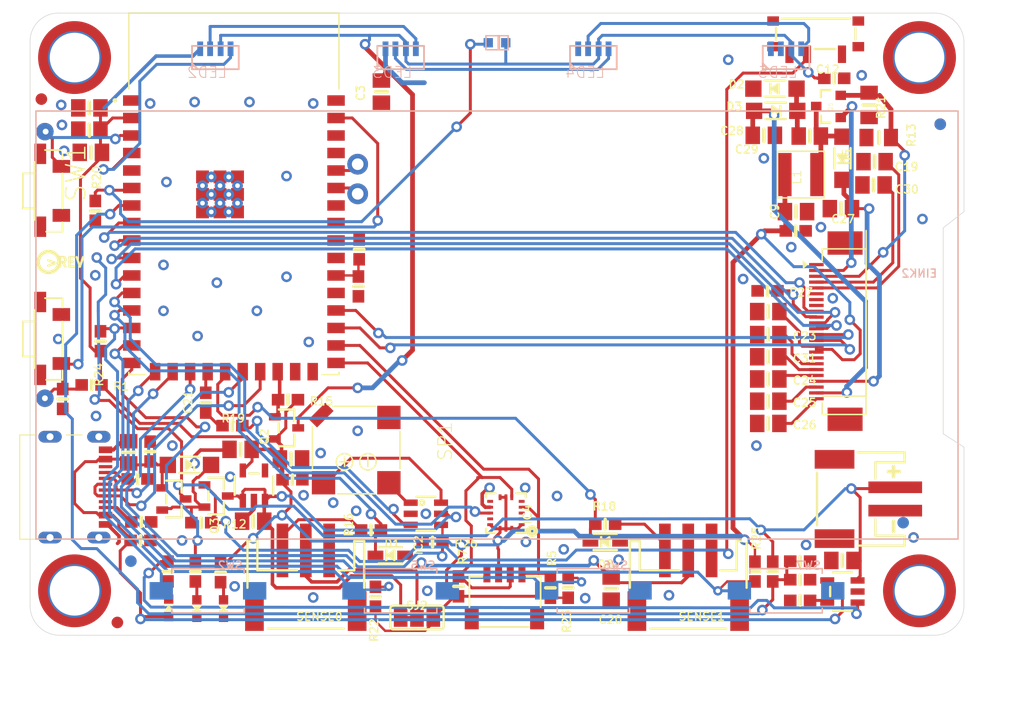
<source format=kicad_pcb>
(kicad_pcb (version 20211014) (generator pcbnew)
  (layers (0 "F.Cu" signal) (31 "B.Cu" signal) (34 "B.Paste" user) (35 "F.Paste" user) (36 "B.SilkS" user "B.Silkscreen") (37 "F.SilkS" user "F.Silkscreen") (38 "B.Mask" user) (39 "F.Mask" user) (44 "Edge.Cuts" user))
  (net 0 "")
  (net 1 "GND")
  (net 2 "RESET")
  (net 3 "SCK")
  (net 4 "MISO")
  (net 5 "MOSI")
  (net 6 "AD0")
  (net 7 "AD1")
  (net 8 "BATT_MON")
  (net 9 "N$1")
  (net 10 "3.3V")
  (net 11 "VBUS")
  (net 12 "VBAT")
  (net 13 "TMS")
  (net 14 "TCK")
  (net 15 "SDA")
  (net 16 "SCL")
  (net 17 "EN")
  (net 18 "N$4")
  (net 19 "N$6")
  (net 20 "N$9")
  (net 21 "VHIGH")
  (net 22 "TDO")
  (net 23 "N$3")
  (net 24 "LIGHT")
  (net 25 "SPKR_SD")
  (net 26 "D10")
  (net 27 "D+")
  (net 28 "D-")
  (net 29 "CC1")
  (net 30 "CC2")
  (net 31 "TXD0")
  (net 32 "RXD0")
  (net 33 "TDI")
  (net 34 "BOOT0")
  (net 35 "IO38_DBLTAP")
  (net 36 "VGH")
  (net 37 "VGL")
  (net 38 "ECS")
  (net 39 "ERESET")
  (net 40 "EBUSY")
  (net 41 "GDR")
  (net 42 "RESE")
  (net 43 "N$10")
  (net 44 "N$11")
  (net 45 "N$12")
  (net 46 "N$27")
  (net 47 "N$33")
  (net 48 "EDC")
  (net 49 "N$14")
  (net 50 "N$15")
  (net 51 "N$16")
  (net 52 "N$17")
  (net 53 "TSCL")
  (net 54 "TSDA")
  (net 55 "BUTTONC")
  (net 56 "BUTTONB")
  (net 57 "N$2")
  (net 58 "N$13")
  (net 59 "N$18")
  (net 60 "NEOPIXELS")
  (net 61 "BUTTOND")
  (net 62 "V+")
  (net 63 "NEOPOWER")
  (net 64 "VCC")
  (net 65 "D10_JST")
  (net 66 "A1_JST1")
  (net 67 "BUTTONA")
  (net 68 "D13")
  (net 69 "LISIRQ")
  (net 70 "N$5")
  (net 71 "N$8")
  (net 72 "N$19")
  (net 73 "N$20")
  (net 74 "N$7")
  (net 75 "AD3")
  (net 76 "N$21")
  (footprint "boardEagle:SOT23-6" (layer "F.Cu") (at 142.4051 121.261186 -90)
    (fp_text reference "IC2")
    (fp_text value "PAM8301")
  )
  (footprint "boardEagle:TESTPOINT_ROUND_1.5MM_NO" (layer "F.Cu") (at 109.7661 111.355186)
    (fp_text reference "TP6" hide)
    (fp_text value "" hide)
  )
  (footprint "boardEagle:SOT23-5" (layer "F.Cu") (at 178.0921 127.928686 90)
    (fp_text reference "U2" hide)
    (fp_text value "MCP73831T-2ACI/OT")
  )
  (footprint "boardEagle:0603-NO" (layer "F.Cu") (at 138.0871 128.373186 -90)
    (fp_text reference "R22")
    (fp_text value "DNP")
  )
  (footprint "boardEagle:MODULE_ESP32-S2-WROVER" (layer "F.Cu") (at 125.9586 93.829186)
    (fp_text reference "U3" hide)
    (fp_text value "ESP32-S2-WROVER")
  )
  (footprint "boardEagle:0603-NO" (layer "F.Cu") (at 174.4726 128.690686 180)
    (fp_text reference "R4" hide)
    (fp_text value "5.1k")
  )
  (footprint "boardEagle:SMT_NUT_3MM" (layer "F.Cu") (at 112.3061 127.865186)
    (fp_text reference "TP3" hide)
    (fp_text value "SEWTAP_SMTNUTM3" hide)
  )
  (footprint "boardEagle:SOT23-3" (layer "F.Cu") (at 176.9491 86.336186 90)
    (fp_text reference "Q5")
    (fp_text value "IRLML0100")
  )
  (footprint "boardEagle:0603-NO" (layer "F.Cu") (at 130.9751 118.340186)
    (fp_text reference "C5" hide)
    (fp_text value "0.1uF")
  )
  (footprint "boardEagle:CHIPLED_0603_NOOUTLINE" (layer "F.Cu") (at 120.3706 129.325686)
    (fp_text reference "CHG1" hide)
    (fp_text value "ORANGE")
  )
  (footprint "boardEagle:0603-NO" (layer "F.Cu") (at 174.4726 126.912686)
    (fp_text reference "C16" hide)
    (fp_text value "0.1uF")
  )
  (footprint "boardEagle:FIDUCIAL_1MM" (layer "F.Cu") (at 186.4741 87.860186)
    (fp_text reference "FID3" hide)
    (fp_text value "FIDUCIAL_1MM" hide)
  )
  (footprint "boardEagle:FIDUCIAL_1MM" (layer "F.Cu") (at 109.4641 85.708186)
    (fp_text reference "FID1" hide)
    (fp_text value "FIDUCIAL_1MM" hide)
  )
  (footprint "boardEagle:JSTPH3" (layer "F.Cu") (at 132.1181 127.103186 180)
    (fp_text reference "SENSE0")
    (fp_text value "JST PH 3")
  )
  (footprint "boardEagle:SMT_NUT_3MM" (layer "F.Cu") (at 184.6961 82.145186)
    (fp_text reference "TP4" hide)
    (fp_text value "SEWTAP_SMTNUTM3" hide)
  )
  (footprint "boardEagle:0805-NO" (layer "F.Cu") (at 126.5301 115.736686 180)
    (fp_text reference "C13" hide)
    (fp_text value "10µF")
  )
  (footprint "boardEagle:0805-NO" (layer "F.Cu") (at 180.7591 93.067186)
    (fp_text reference "C30")
    (fp_text value "1uF")
  )
  (footprint "boardEagle:0603-NO" (layer "F.Cu") (at 153.0731 127.611186 90)
    (fp_text reference "R5")
    (fp_text value "10K")
  )
  (footprint "boardEagle:LGA16_3X3MM" (layer "F.Cu") (at 149.2631 121.197686 180)
    (fp_text reference "IC4")
    (fp_text value "LIS3DH")
  )
  (footprint "boardEagle:USB_C_CUSB31-CFM2AX-01-X" (layer "F.Cu") (at 111.4171 118.975186 -90)
    (fp_text reference "X4" hide)
    (fp_text value "USB C")
  )
  (footprint "boardEagle:SMT_NUT_3MM" (layer "F.Cu") (at 184.6961 127.865186)
    (fp_text reference "TP5" hide)
    (fp_text value "SEWTAP_SMTNUTM3" hide)
  )
  (footprint "boardEagle:0603-NO" (layer "F.Cu") (at 157.7721 122.150186 180)
    (fp_text reference "R18")
    (fp_text value "1K")
  )
  (footprint "boardEagle:FIDUCIAL_1MM" (layer "F.Cu") (at 115.9741 130.580186 90)
    (fp_text reference "FID2" hide)
    (fp_text value "FIDUCIAL_1MM" hide)
  )
  (footprint "boardEagle:0603-NO" (layer "F.Cu") (at 174.0916 97.004186)
    (fp_text reference "C2" hide)
    (fp_text value "0.1uF")
  )
  (footprint "boardEagle:SOD-123" (layer "F.Cu") (at 172.3136 84.812186)
    (fp_text reference "D2")
    (fp_text value "MBR0530")
  )
  (footprint "boardEagle:BUZZER_SMT_7.5MM" (layer "F.Cu") (at 136.4361 115.800186 -90)
    (fp_text reference "SP1")
    (fp_text value "7.5mm SPK")
  )
  (footprint "boardEagle:1X02_ROUND" (layer "F.Cu") (at 136.5631 92.559186 90)
    (fp_text reference "JP2" hide)
    (fp_text value "UART")
  )
  (footprint "boardEagle:0805-NO" (layer "F.Cu") (at 113.7031 90.273186 180)
    (fp_text reference "C17" hide)
    (fp_text value "10µF")
  )
  (footprint "boardEagle:SOD-323" (layer "F.Cu") (at 139.3571 124.817186)
    (fp_text reference "D1")
    (fp_text value "3.6V")
  )
  (footprint "boardEagle:0805-NO" (layer "F.Cu") (at 171.7421 105.894186)
    (fp_text reference "C23")
    (fp_text value "1uF")
  )
  (footprint "boardEagle:0603-NO" (layer "F.Cu") (at 125.8316 113.704686)
    (fp_text reference "R19")
    (fp_text value "47K")
  )
  (footprint "boardEagle:SOD-123" (layer "F.Cu") (at 178.0921 90.781186 90)
    (fp_text reference "D5")
    (fp_text value "MBR0530")
  )
  (footprint "boardEagle:SOT23-R" (layer "F.Cu") (at 124.4346 119.737186 -90)
    (fp_text reference "Q3")
    (fp_text value "DMG3415U-7")
  )
  (footprint "boardEagle:0603-NO" (layer "F.Cu") (at 114.0841 95.289686 90)
    (fp_text reference "R20")
    (fp_text value "10K")
  )
  (footprint "boardEagle:0805-NO" (layer "F.Cu") (at 171.7421 113.514186)
    (fp_text reference "C26")
    (fp_text value "1uF")
  )
  (footprint "boardEagle:0603-NO" (layer "F.Cu") (at 118.7831 115.927186 90)
    (fp_text reference "C15" hide)
    (fp_text value "0.1uF")
  )
  (footprint "boardEagle:0805_10MGAP" (layer "F.Cu") (at 181.2036 89.003186 180)
    (fp_text reference "R13")
    (fp_text value "0.47ohm")
  )
  (footprint "boardEagle:0603-NO" (layer "F.Cu") (at 136.6901 98.591686 90)
    (fp_text reference "C6" hide)
    (fp_text value "1uF")
  )
  (footprint "boardEagle:0805-NO" (layer "F.Cu") (at 174.1161 95.357186 180)
    (fp_text reference "C9")
    (fp_text value "10uF/10V+")
  )
  (footprint "boardEagle:0603-NO" (layer "F.Cu") (at 111.2901 111.418686 -90)
    (fp_text reference "C14" hide)
    (fp_text value "1uF")
  )
  (footprint "boardEagle:SPDT_SMT_SSSS811101" (layer "F.Cu") (at 175.8061 80.113186 180)
    (fp_text reference "SW4" hide)
    (fp_text value "SPDT R/A" hide)
  )
  (footprint "boardEagle:0603-NO" (layer "F.Cu") (at 117.7036 118.276686 180)
    (fp_text reference "R8" hide)
    (fp_text value "5.1K")
  )
  (footprint "boardEagle:0603-NO" (layer "F.Cu") (at 172.1231 126.214186 -90)
    (fp_text reference "R10" hide)
    (fp_text value "1Meg")
  )
  (footprint "boardEagle:0603-NO" (layer "F.Cu") (at 118.0211 121.959686 180)
    (fp_text reference "R3" hide)
    (fp_text value "5.1K")
  )
  (footprint "boardEagle:0805-NO" (layer "F.Cu") (at 116.9416 115.990686 90)
    (fp_text reference "C1" hide)
    (fp_text value "10uF")
  )
  (footprint "boardEagle:0805-NO" (layer "F.Cu") (at 171.7421 103.925686 180)
    (fp_text reference "C18" hide)
    (fp_text value "10µF")
  )
  (footprint "boardEagle:PCBFEAT-REV-040" (layer "F.Cu") (at 110.0836 99.671186)
    (fp_text reference "U$15" hide)
    (fp_text value "" hide)
  )
  (footprint "boardEagle:0805-NO" (layer "F.Cu") (at 171.7421 107.799186)
    (fp_text reference "C31")
    (fp_text value "1uF")
  )
  (footprint "boardEagle:0805-NO" (layer "F.Cu") (at 171.7421 111.609186)
    (fp_text reference "C25")
    (fp_text value "1uF")
  )
  (footprint "boardEagle:SOT23-5" (layer "F.Cu") (at 127.6731 118.848186)
    (fp_text reference "U4" hide)
    (fp_text value "AP2112K-3.3")
  )
  (footprint "boardEagle:0603-NO" (layer "F.Cu") (at 137.7061 122.658186)
    (fp_text reference "R16")
    (fp_text value "1K")
  )
  (footprint "boardEagle:0603-NO" (layer "F.Cu") (at 113.7666 110.212186)
    (fp_text reference "R1")
    (fp_text value "10K")
  )
  (footprint "boardEagle:0603-NO" (layer "F.Cu") (at 171.6786 102.147686)
    (fp_text reference "R27")
    (fp_text value "100K")
  )
  (footprint "boardEagle:SOLDERJUMPER_2WAY_OPEN_NOPASTE" (layer "F.Cu") (at 141.6431 130.151186)
    (fp_text reference "SJ2")
    (fp_text value "")
  )
  (footprint "boardEagle:TESTPOINT_ROUND_1.5MM_NO" (layer "F.Cu") (at 109.7661 88.495186 -90)
    (fp_text reference "TP1" hide)
    (fp_text value "" hide)
  )
  (footprint "boardEagle:0805-NO" (layer "F.Cu") (at 171.7421 109.704186)
    (fp_text reference "C24")
    (fp_text value "1uF")
  )
  (footprint "boardEagle:0603-NO" (layer "F.Cu") (at 174.4726 125.325186)
    (fp_text reference "R11" hide)
    (fp_text value "1Meg")
  )
  (footprint "boardEagle:CHIPLED_0603_NOOUTLINE" (layer "F.Cu") (at 125.0696 129.389186 180)
    (fp_text reference "ON0" hide)
    (fp_text value "GREEN")
  )
  (footprint "boardEagle:0603-NO" (layer "F.Cu") (at 154.5971 127.611186 -90)
    (fp_text reference "R23")
    (fp_text value "DNP")
  )
  (footprint "boardEagle:0603-NO" (layer "F.Cu") (at 130.5941 111.482186)
    (fp_text reference "R15")
    (fp_text value "100K")
  )
  (footprint "boardEagle:JSTPH3" (layer "F.Cu") (at 164.8841 127.103186 180)
    (fp_text reference "SENSE1")
    (fp_text value "JST PH 3")
  )
  (footprint "boardEagle:SPST_TACTILE_RA" (layer "F.Cu") (at 110.2741 93.575186 -90)
    (fp_text reference "SW1")
    (fp_text value "RA_TACT" hide)
  )
  (footprint "boardEagle:0805-NO" (layer "F.Cu") (at 127.6096 121.896186 180)
    (fp_text reference "C11" hide)
    (fp_text value "10µF")
  )
  (footprint "boardEagle:0805-NO" (layer "F.Cu") (at 178.0921 125.261686 180)
    (fp_text reference "C8" hide)
    (fp_text value "10µF")
  )
  (footprint "boardEagle:0805-NO" (layer "F.Cu") (at 138.5951 85.066186 -90)
    (fp_text reference "C3")
    (fp_text value "10µF")
  )
  (footprint "boardEagle:0603-NO" (layer "F.Cu") (at 170.5991 126.214186 90)
    (fp_text reference "R25")
    (fp_text value "DNP")
  )
  (footprint "boardEagle:0805-NO" (layer "F.Cu") (at 177.9651 95.099186 180)
    (fp_text reference "C27")
    (fp_text value "1uF")
  )
  (footprint "boardEagle:0603-NO" (layer "F.Cu") (at 122.6566 126.214186 90)
    (fp_text reference "R9" hide)
    (fp_text value "10K")
  )
  (footprint "boardEagle:MAGTAG_FRONT" (layer "F.Cu") (at 108.4961 131.675186)
    (fp_text reference "U$70" hide)
    (fp_text value "" hide)
  )
  (footprint "boardEagle:SOD-123" (layer "F.Cu") (at 122.1486 117.070186 180)
    (fp_text reference "D4" hide)
    (fp_text value "MBR540")
  )
  (footprint "boardEagle:0603-NO" (layer "F.Cu") (at 124.8156 126.277686 90)
    (fp_text reference "R6" hide)
    (fp_text value "47K")
  )
  (footprint "boardEagle:0805-NO" (layer "F.Cu") (at 130.8481 116.562186)
    (fp_text reference "C4" hide)
    (fp_text value "10µF")
  )
  (footprint "boardEagle:0805-NO" (layer "F.Cu") (at 113.5761 88.368186 180)
    (fp_text reference "C7" hide)
    (fp_text value "10µF")
  )
  (footprint "boardEagle:CHIPLED_0603_NOOUTLINE" (layer "F.Cu") (at 122.7836 129.389186 180)
    (fp_text reference "L0" hide)
    (fp_text value "RED")
  )
  (footprint "boardEagle:0805-NO" (layer "F.Cu") (at 180.8471 91.071186)
    (fp_text reference "C19")
    (fp_text value "1uF")
  )
  (footprint "boardEagle:SOT23-R" (layer "F.Cu") (at 120.8151 119.991186 -90)
    (fp_text reference "Q1" hide)
    (fp_text value "DMG3415U-7")
  )
  (footprint "boardEagle:0603-NO" (layer "F.Cu") (at 136.6266 101.766686 90)
    (fp_text reference "R17" hide)
    (fp_text value "1Meg")
  )
  (footprint "boardEagle:SOD-323" (layer "F.Cu") (at 157.7721 123.674186)
    (fp_text reference "D6")
    (fp_text value "3.6V")
  )
  (footprint "boardEagle:0603-NO" (layer "F.Cu") (at 117.9576 123.547186 180)
    (fp_text reference "R14" hide)
    (fp_text value "100k")
  )
  (footprint "boardEagle:0603-NO" (layer "F.Cu") (at 120.3071 126.214186 90)
    (fp_text reference "R2" hide)
    (fp_text value "10K")
  )
  (footprint "boardEagle:SMT_NUT_3MM" (layer "F.Cu") (at 112.3061 82.145186)
    (fp_text reference "TP2" hide)
    (fp_text value "SEWTAP_SMTNUTM3" hide)
  )
  (footprint "boardEagle:JST_SH4" (layer "F.Cu") (at 149.1361 128.881186)
    (fp_text reference "CONN1" hide)
    (fp_text value "STEMMA_I2C_QT" hide)
  )
  (footprint "boardEagle:0603-NO" (layer "F.Cu") (at 123.1646 122.023186)
    (fp_text reference "R12")
    (fp_text value "100k")
  )
  (footprint "boardEagle:0805_10MGAP" (layer "F.Cu") (at 180.3781 86.209186 -90)
    (fp_text reference "R21")
    (fp_text value "DNP")
  )
  (footprint "boardEagle:SPST_TACTILE_RA" (layer "F.Cu") (at 110.2741 106.275186 -90)
    (fp_text reference "SW3" hide)
    (fp_text value "RA_TACT" hide)
  )
  (footprint "boardEagle:0805-NO" (layer "F.Cu") (at 113.5761 86.463186 180)
    (fp_text reference "C10" hide)
    (fp_text value "10µF")
  )
  (footprint "boardEagle:0603-NO" (layer "F.Cu") (at 142.9766 123.674186)
    (fp_text reference "R26")
    (fp_text value "100K")
  )
  (footprint "boardEagle:INDUCTOR_4X4MM_NR401" (layer "F.Cu") (at 174.5361 92.178186 180)
    (fp_text reference "L1")
    (fp_text value "10uH")
  )
  (footprint "boardEagle:JSTPH2_BATT" (layer "F.Cu") (at 178.9176 119.991186 90)
    (fp_text reference "X1" hide)
    (fp_text value "JSTPH")
  )
  (footprint "boardEagle:SOT23-R" (layer "F.Cu") (at 130.4671 113.895186 -90)
    (fp_text reference "Q2")
    (fp_text value "DMG3415")
  )
  (footprint "boardEagle:0603-NO" (layer "F.Cu") (at 145.1991 127.484186 90)
    (fp_text reference "R7")
    (fp_text value "10K")
  )
  (footprint "boardEagle:0603-NO" (layer "F.Cu") (at 123.5456 111.736186 -90)
    (fp_text reference "C21")
    (fp_text value "0.1uF")
  )
  (footprint "boardEagle:0603-NO" (layer "F.Cu") (at 177.3936 83.923186)
    (fp_text reference "C12")
    (fp_text value "1uF")
  )
  (footprint "boardEagle:0805-NO" (layer "F.Cu") (at 171.3611 88.812686)
    (fp_text reference "C28")
    (fp_text value "1uF")
  )
  (footprint "boardEagle:SOD-123" (layer "F.Cu") (at 172.3771 86.717186 180)
    (fp_text reference "D3")
    (fp_text value "MBR0530")
  )
  (footprint "boardEagle:0805-NO" (layer "F.Cu") (at 175.2981 88.876186 180)
    (fp_text reference "C29")
    (fp_text value "4.7uF/25V")
  )
  (footprint "boardEagle:0603-NO" (layer "F.Cu") (at 114.5286 106.465686 -90)
    (fp_text reference "R24")
    (fp_text value "DNP")
  )
  (footprint "boardEagle:0805-NO" (layer "F.Cu") (at 158.2801 127.674686 -90)
    (fp_text reference "C20")
    (fp_text value "10uF")
  )
  (footprint "boardEagle:FIDUCIAL_1MM" (layer "B.Cu") (at 186.4741 87.860186 180)
    (fp_text reference "FID5" hide)
    (fp_text value "FIDUCIAL_1MM" hide)
  )
  (footprint "boardEagle:TESTPOINT_ROUND_1.5MM_NO" (layer "B.Cu") (at 109.7661 88.495186 180)
    (fp_text reference "TP8" hide)
    (fp_text value "" hide)
  )
  (footprint "boardEagle:TESTPOINT_ROUND_1.5MM_NO" (layer "B.Cu") (at 109.7661 111.355186 180)
    (fp_text reference "TP7" hide)
    (fp_text value "" hide)
  )
  (footprint "boardEagle:WS2812B_4020" (layer "B.Cu") (at 156.7561 82.145186)
    (fp_text reference "LED4")
    (fp_text value "WS2812B_4020")
  )
  (footprint "boardEagle:EINK_290IN" (layer "B.Cu") (at 178.3715 105.106786 180)
    (fp_text reference "EINK2")
    (fp_text value "EINK_24PIN_290IN")
  )
  (footprint "boardEagle:TACTILE_3X6MM" (layer "B.Cu") (at 123.7361 127.865186 180)
    (fp_text reference "SW2")
    (fp_text value "")
  )
  (footprint "boardEagle:TACTILE_3X6MM" (layer "B.Cu") (at 173.2661 127.865186 180)
    (fp_text reference "SW7")
    (fp_text value "")
  )
  (footprint "boardEagle:TACTILE_3X6MM" (layer "B.Cu") (at 156.7561 127.865186 180)
    (fp_text reference "SW6")
    (fp_text value "")
  )
  (footprint "boardEagle:MAGTAG_BOTTOM" (layer "B.Cu") (at 188.5061 131.675186 180)
    (fp_text reference "U$69" hide)
    (fp_text value "" hide)
  )
  (footprint "boardEagle:WS2812B_4020" (layer "B.Cu") (at 173.2661 82.145186)
    (fp_text reference "LED5")
    (fp_text value "WS2812B_4020")
  )
  (footprint "boardEagle:FIDUCIAL_1MM" (layer "B.Cu") (at 183.2991 122.023186 180)
    (fp_text reference "FID4" hide)
    (fp_text value "FIDUCIAL_1MM" hide)
  )
  (footprint "boardEagle:ALS-PT19-315C" (layer "B.Cu") (at 148.5011 80.875186 180)
    (fp_text reference "U1" hide)
    (fp_text value "" hide)
  )
  (footprint "boardEagle:WS2812B_4020" (layer "B.Cu") (at 140.2461 82.145186)
    (fp_text reference "LED3")
    (fp_text value "WS2812B_4020")
  )
  (footprint "boardEagle:TACTILE_3X6MM" (layer "B.Cu") (at 140.2461 127.865186 180)
    (fp_text reference "SW5")
    (fp_text value "")
  )
  (footprint "boardEagle:WS2812B_4020" (layer "B.Cu") (at 124.3711 82.145186)
    (fp_text reference "LED2")
    (fp_text value "WS2812B_4020")
  )
  (footprint "boardEagle:FIDUCIAL_1MM" (layer "B.Cu") (at 117.1321 125.325186 180)
    (fp_text reference "FID6" hide)
    (fp_text value "FIDUCIAL_1MM" hide)
  )
  (gr_line (start 186.7281 114.403186) (end 188.5061 115.546186) (layer "Edge.Cuts") (width 0.05))
  (gr_line (start 110.9091 78.335186) (end 185.8391 78.335186) (layer "Edge.Cuts") (width 0.05))
  (gr_arc (start 188.5061 129.135186) (mid 187.762151 130.931237) (end 185.9661 131.675186) (layer "Edge.Cuts") (width 0.05))
  (gr_line (start 188.5061 115.546186) (end 188.5061 129.135186) (layer "Edge.Cuts") (width 0.05))
  (gr_line (start 186.7281 96.750186) (end 186.7281 114.403186) (layer "Edge.Cuts") (width 0.05))
  (gr_arc (start 108.4961 80.74198) (mid 109.204205 79.038904) (end 110.909099 78.335187) (layer "Edge.Cuts") (width 0.05))
  (gr_line (start 188.5061 95.353186) (end 186.7281 96.750186) (layer "Edge.Cuts") (width 0.05))
  (gr_arc (start 185.8391 78.335186) (mid 187.672349 78.989332) (end 188.5061 80.748186) (layer "Edge.Cuts") (width 0.05))
  (gr_line (start 108.4961 129.141393) (end 108.4961 80.74198) (layer "Edge.Cuts") (width 0.05))
  (gr_line (start 185.9661 131.675186) (end 111.025853 131.675186) (layer "Edge.Cuts") (width 0.05))
  (gr_line (start 188.5061 80.748186) (end 188.5061 95.353186) (layer "Edge.Cuts") (width 0.05))
  (gr_arc (start 111.025853 131.675186) (mid 109.237118 130.931315) (end 108.4961 129.141396) (layer "Edge.Cuts") (width 0.05))
  (segment (start 122.5931 116.308186) (end 122.5931 116.943186) (width 0.3048) (layer "F.Cu") (net 1))
  (segment (start 127.6731 120.882686) (end 127.6731 120.148286) (width 0.3048) (layer "F.Cu") (net 1))
  (segment (start 115.6331 115.775186) (end 116.3676 115.040686) (width 0.3048) (layer "F.Cu") (net 1))
  (segment (start 116.3676 115.040686) (end 116.9416 115.040686) (width 0.3048) (layer "F.Cu") (net 1))
  (segment (start 114.9621 122.175186) (end 115.1251 122.175186) (width 0.3048) (layer "F.Cu") (net 1))
  (segment (start 114.9621 115.775186) (end 115.6331 115.775186) (width 0.3048) (layer "F.Cu") (net 1))
  (segment (start 147.2311 120.435686) (end 147.2311 119.546686) (width 0.3048) (layer "F.Cu") (net 1))
  (segment (start 147.9131 120.697686) (end 147.4931 120.697686) (width 0.3048) (layer "F.Cu") (net 1))
  (segment (start 147.7391 119.038686) (end 147.8661 119.038686) (width 0.3048) (layer "F.Cu") (net 1))
  (segment (start 116.1161 123.674186) (end 115.9891 123.801186) (width 0.3048) (layer "F.Cu") (net 1))
  (segment (start 116.1161 123.166186) (end 116.1161 123.674186) (width 0.3048) (layer "F.Cu") (net 1))
  (segment (start 125.5166 115.800186) (end 123.1011 115.800186) (width 0.3048) (layer "F.Cu") (net 1))
  (segment (start 147.2311 119.546686) (end 147.7391 119.038686) (width 0.3048) (layer "F.Cu") (net 1))
  (segment (start 123.1011 115.800186) (end 122.5931 116.308186) (width 0.3048) (layer "F.Cu") (net 1))
  (segment (start 115.1251 122.175186) (end 116.1161 123.166186) (width 0.3048) (layer "F.Cu") (net 1))
  (segment (start 126.6596 121.896186) (end 127.6731 120.882686) (width 0.3048) (layer "F.Cu") (net 1))
  (segment (start 125.5801 115.736686) (end 125.5166 115.800186) (width 0.3048) (layer "F.Cu") (net 1))
  (segment (start 147.4931 120.697686) (end 147.2311 120.435686) (width 0.3048) (layer "F.Cu") (net 1))
  (via (at 132.3721 106.529186) (size 0.9064) (drill 0.5) (layers "F.Cu" "B.Cu") (net 1))
  (via (at 168.3131 82.335686) (size 0.9064) (drill 0.5) (layers "F.Cu" "B.Cu") (net 1))
  (via (at 114.0841 100.814186) (size 0.9064) (drill 0.5) (layers "F.Cu" "B.Cu") (net 1))
  (via (at 127.2921 85.955186) (size 0.9064) (drill 0.5) (layers "F.Cu" "B.Cu") (net 1))
  (via (at 142.5321 127.865186) (size 0.9064) (drill 0.5) (layers "F.Cu" "B.Cu") (net 1))
  (via (at 119.9261 103.862186) (size 0.9064) (drill 0.5) (layers "F.Cu" "B.Cu") (net 1))
  (via (at 177.2666 102.782686) (size 0.9064) (drill 0.5) (layers "F.Cu" "B.Cu") (net 1))
  (via (at 136.4361 121.007186) (size 0.9064) (drill 0.5) (layers "F.Cu" "B.Cu") (net 1))
  (via (at 147.8661 119.038686) (size 0.9064) (drill 0.5) (layers "F.Cu" "B.Cu") (net 1))
  (via (at 120.1801 92.813186) (size 0.9064) (drill 0.5) (layers "F.Cu" "B.Cu") (net 1))
  (via (at 118.7831 86.082186) (size 0.9064) (drill 0.5) (layers "F.Cu" "B.Cu") (net 1))
  (via (at 121.5136 123.547186) (size 0.9064) (drill 0.5) (layers "F.Cu" "B.Cu") (net 1))
  (via (at 174.9806 123.928186) (size 0.9064) (drill 0.5) (layers "F.Cu" "B.Cu") (net 1))
  (via (at 184.9501 95.988186) (size 0.9064) (drill 0.5) (layers "F.Cu" "B.Cu") (net 1))
  (via (at 111.1631 86.209186) (size 0.9064) (drill 0.5) (layers "F.Cu" "B.Cu") (net 1))
  (via (at 127.9271 103.862186) (size 0.9064) (drill 0.5) (layers "F.Cu" "B.Cu") (net 1))
  (via (at 124.4981 101.449186) (size 0.9064) (drill 0.5) (layers "F.Cu" "B.Cu") (net 1))
  (via (at 132.7531 86.082186) (size 0.9064) (drill 0.5) (layers "F.Cu" "B.Cu") (net 1))
  (via (at 163.2331 128.246186) (size 0.9064) (drill 0.5) (layers "F.Cu" "B.Cu") (net 1))
  (via (at 125.6411 118.086186) (size 0.9064) (drill 0.5) (layers "F.Cu" "B.Cu") (net 1))
  (via (at 122.5931 85.955186) (size 0.9064) (drill 0.5) (layers "F.Cu" "B.Cu") (net 1))
  (via (at 111.4171 90.146186) (size 0.9064) (drill 0.5) (layers "F.Cu" "B.Cu") (net 1))
  (via (at 150.9776 123.674186) (size 0.9064) (drill 0.5) (layers "F.Cu" "B.Cu") (net 1))
  (via (at 134.4676 120.308686) (size 0.9064) (drill 0.5) (layers "F.Cu" "B.Cu") (net 1))
  (via (at 120.6881 115.419186) (size 0.9064) (drill 0.5) (layers "F.Cu" "B.Cu") (net 1))
  (via (at 126.0221 127.484186) (size 0.9064) (drill 0.5) (layers "F.Cu" "B.Cu") (net 1))
  (via (at 184.1881 123.293186) (size 0.9064) (drill 0.5) (layers "F.Cu" "B.Cu") (net 1))
  (via (at 179.7431 83.669186) (size 0.9064) (drill 0.5) (layers "F.Cu" "B.Cu") (net 1))
  (via (at 170.7261 115.419186) (size 0.9064) (drill 0.5) (layers "F.Cu" "B.Cu") (net 1))
  (via (at 114.1476 112.879186) (size 0.9064) (drill 0.5) (layers "F.Cu" "B.Cu") (net 1))
  (via (at 130.4671 100.941186) (size 0.9064) (drill 0.5) (layers "F.Cu" "B.Cu") (net 1))
  (via (at 171.3611 90.781186) (size 0.9064) (drill 0.5) (layers "F.Cu" "B.Cu") (net 1))
  (via (at 130.4671 92.305186) (size 0.9064) (drill 0.5) (layers "F.Cu" "B.Cu") (net 1))
  (via (at 173.7106 98.401186) (size 0.9064) (drill 0.5) (layers "F.Cu" "B.Cu") (net 1))
  (via (at 119.9261 99.925186) (size 0.9064) (drill 0.5) (layers "F.Cu" "B.Cu") (net 1))
  (via (at 176.2506 96.686686) (size 0.9064) (drill 0.5) (layers "F.Cu" "B.Cu") (net 1))
  (via (at 169.5831 101.131686) (size 0.9064) (drill 0.5) (layers "F.Cu" "B.Cu") (net 1))
  (via (at 131.9276 119.673686) (size 0.9064) (drill 0.5) (layers "F.Cu" "B.Cu") (net 1))
  (via (at 153.6446 119.737186) (size 0.9064) (drill 0.5) (layers "F.Cu" "B.Cu") (net 1))
  (via (at 122.8471 106.021186) (size 0.9064) (drill 0.5) (layers "F.Cu" "B.Cu") (net 1))
  (via (at 136.5631 114.149186) (size 0.9064) (drill 0.5) (layers "F.Cu" "B.Cu") (net 1))
  (via (at 110.9091 106.275186) (size 0.9064) (drill 0.5) (layers "F.Cu" "B.Cu") (net 1))
  (via (at 150.9141 119.038686) (size 0.9064) (drill 0.5) (layers "F.Cu" "B.Cu") (net 1))
  (via (at 158.9151 125.198186) (size 0.9064) (drill 0.5) (layers "F.Cu" "B.Cu") (net 1))
  (via (at 122.5931 116.943186) (size 0.9064) (drill 0.5) (layers "F.Cu" "B.Cu") (net 1))
  (via (at 142.4051 121.261186) (size 0.9064) (drill 0.5) (layers "F.Cu" "B.Cu") (net 1))
  (via (at 133.3881 116.054186) (size 0.9064) (drill 0.5) (layers "F.Cu" "B.Cu") (net 1))
  (via (at 132.7531 128.436686) (size 0.9064) (drill 0.5) (layers "F.Cu" "B.Cu") (net 1))
  (via (at 156.0576 128.500186) (size 0.9064) (drill 0.5) (layers "F.Cu" "B.Cu") (net 1))
  (via (at 111.2266 87.923686) (size 0.9064) (drill 0.5) (layers "F.Cu" "B.Cu") (net 1))
  (via (at 154.2161 124.309186) (size 0.9064) (drill 0.5) (layers "F.Cu" "B.Cu") (net 1))
  (segment (start 123.0711 81.395186) (end 122.4481 82.018186) (width 0.3048) (layer "B.Cu") (net 1))
  (segment (start 138.9461 82.877186) (end 140.3731 84.304186) (width 0.4064) (layer "B.Cu") (net 1))
  (segment (start 119.2911 82.018186) (end 114.8461 86.463186) (width 0.3048) (layer "B.Cu") (net 1))
  (segment (start 140.3731 84.304186) (end 142.2781 84.304186) (width 0.4064) (layer "B.Cu") (net 1))
  (segment (start 138.9461 81.395186) (end 138.9461 82.877186) (width 0.4064) (layer "B.Cu") (net 1))
  (segment (start 122.4481 82.018186) (end 119.2911 82.018186) (width 0.3048) (layer "B.Cu") (net 1))
  (segment (start 111.2901 108.491186) (end 111.1741 108.375186) (width 0.254) (layer "F.Cu") (net 2))
  (segment (start 111.1741 108.375186) (end 111.2331 108.434186) (width 0.254) (layer "F.Cu") (net 2))
  (segment (start 138.2776 89.511186) (end 136.0956 87.329186) (width 0.254) (layer "F.Cu") (net 2))
  (segment (start 112.5601 110.568686) (end 111.2901 110.568686) (width 0.254) (layer "F.Cu") (net 2))
  (segment (start 110.5526 110.568686) (end 109.7661 111.355186) (width 0.254) (layer "F.Cu") (net 2))
  (segment (start 138.2776 96.115186) (end 138.2776 89.511186) (width 0.254) (layer "F.Cu") (net 2))
  (segment (start 112.6236 108.434186) (end 111.2331 108.434186) (width 0.254) (layer "F.Cu") (net 2))
  (segment (start 112.9166 110.212186) (end 112.5601 110.568686) (width 0.254) (layer "F.Cu") (net 2))
  (segment (start 111.2901 110.568686) (end 110.5526 110.568686) (width 0.254) (layer "F.Cu") (net 2))
  (segment (start 136.0956 87.329186) (end 134.7086 87.329186) (width 0.254) (layer "F.Cu") (net 2))
  (segment (start 111.2901 110.568686) (end 111.2901 108.491186) (width 0.254) (layer "F.Cu") (net 2))
  (via (at 112.6236 108.434186) (size 0.9064) (drill 0.5) (layers "F.Cu" "B.Cu") (net 2))
  (via (at 138.2776 96.115186) (size 0.9064) (drill 0.5) (layers "F.Cu" "B.Cu") (net 2))
  (via (at 109.7661 111.355186) (size 0.9064) (drill 0.5) (layers "F.Cu" "B.Cu") (net 2))
  (segment (start 137.9728 96.673986) (end 113.8428 96.673986) (width 0.254) (layer "B.Cu") (net 2))
  (segment (start 112.9411 97.575686) (end 112.9411 108.116686) (width 0.254) (layer "B.Cu") (net 2))
  (segment (start 112.9411 108.116686) (end 112.6236 108.434186) (width 0.254) (layer "B.Cu") (net 2))
  (segment (start 138.2776 96.115186) (end 138.2776 96.369186) (width 0.254) (layer "B.Cu") (net 2))
  (segment (start 113.8428 96.673986) (end 112.9411 97.575686) (width 0.254) (layer "B.Cu") (net 2))
  (segment (start 138.2776 96.369186) (end 137.9728 96.673986) (width 0.254) (layer "B.Cu") (net 2))
  (segment (start 136.4031 103.829186) (end 138.3411 105.767186) (width 0.254) (layer "F.Cu") (net 3))
  (segment (start 134.7086 103.829186) (end 136.4031 103.829186) (width 0.254) (layer "F.Cu") (net 3))
  (segment (start 175.866103 105.894186) (end 175.8615 105.898786) (width 0.254) (layer "F.Cu") (net 3))
  (segment (start 178.6001 105.894186) (end 175.866103 105.894186) (width 0.254) (layer "F.Cu") (net 3))
  (via (at 138.3411 105.767186) (size 0.9064) (drill 0.5) (layers "F.Cu" "B.Cu") (net 3))
  (via (at 178.6001 105.894186) (size 0.9064) (drill 0.5) (layers "F.Cu" "B.Cu") (net 3))
  (segment (start 138.9761 106.148186) (end 138.5951 105.767186) (width 0.254) (layer "B.Cu") (net 3))
  (segment (start 178.6001 105.894186) (end 178.3461 106.148186) (width 0.254) (layer "B.Cu") (net 3))
  (segment (start 138.3411 105.767186) (end 138.5951 105.767186) (width 0.254) (layer "B.Cu") (net 3))
  (segment (start 178.3461 106.148186) (end 138.9761 106.148186) (width 0.254) (layer "B.Cu") (net 3))
  (segment (start 134.7086 105.329186) (end 136.7601 105.329186) (width 0.254) (layer "F.Cu") (net 5))
  (segment (start 177.9617 106.398786) (end 175.8615 106.398786) (width 0.254) (layer "F.Cu") (net 5))
  (segment (start 138.4681 107.037186) (end 139.3571 107.037186) (width 0.254) (layer "F.Cu") (net 5))
  (segment (start 138.4681 107.037186) (end 136.7601 105.329186) (width 0.254) (layer "F.Cu") (net 5))
  (segment (start 178.7271 107.164186) (end 177.9617 106.398786) (width 0.254) (layer "F.Cu") (net 5))
  (via (at 178.7271 107.164186) (size 0.9064) (drill 0.5) (layers "F.Cu" "B.Cu") (net 5))
  (via (at 139.3571 107.037186) (size 0.9064) (drill 0.5) (layers "F.Cu" "B.Cu") (net 5))
  (segment (start 178.3461 106.783186) (end 139.6111 106.783186) (width 0.254) (layer "B.Cu") (net 5))
  (segment (start 178.3461 106.783186) (end 178.7271 107.164186) (width 0.254) (layer "B.Cu") (net 5))
  (segment (start 139.6111 106.783186) (end 139.3571 107.037186) (width 0.254) (layer "B.Cu") (net 5))
  (segment (start 123.5456 109.743186) (end 123.5456 110.886186) (width 0.254) (layer "F.Cu") (net 6))
  (segment (start 123.7086 109.580186) (end 123.5456 109.743186) (width 0.254) (layer "F.Cu") (net 6))
  (segment (start 123.7086 109.079186) (end 123.7086 109.580186) (width 0.254) (layer "F.Cu") (net 6))
  (segment (start 156.5021 122.570186) (end 156.9221 122.150186) (width 0.254) (layer "F.Cu") (net 7))
  (segment (start 125.2086 109.079186) (end 125.2086 109.523686) (width 0.254) (layer "F.Cu") (net 7))
  (segment (start 124.5736 110.158686) (end 124.5736 112.446686) (width 0.254) (layer "F.Cu") (net 7))
  (segment (start 124.9426 112.815686) (end 124.5736 112.446686) (width 0.254) (layer "F.Cu") (net 7))
  (segment (start 156.9221 120.030186) (end 156.9221 122.150186) (width 0.254) (layer "F.Cu") (net 7))
  (segment (start 125.2086 109.523686) (end 124.5736 110.158686) (width 0.254) (layer "F.Cu") (net 7))
  (segment (start 127.9906 112.117186) (end 127.2921 112.815686) (width 0.254) (layer "F.Cu") (net 7))
  (segment (start 127.2921 112.815686) (end 124.9426 112.815686) (width 0.254) (layer "F.Cu") (net 7))
  (segment (start 156.5021 119.610186) (end 156.9221 120.030186) (width 0.254) (layer "F.Cu") (net 7))
  (segment (start 156.5021 123.674186) (end 156.5021 122.570186) (width 0.254) (layer "F.Cu") (net 7))
  (via (at 156.5021 119.610186) (size 0.9064) (drill 0.5) (layers "F.Cu" "B.Cu") (net 7))
  (via (at 127.9906 112.117186) (size 0.9064) (drill 0.5) (layers "F.Cu" "B.Cu") (net 7))
  (segment (start 150.0886 113.069686) (end 129.2606 113.069686) (width 0.254) (layer "B.Cu") (net 7))
  (segment (start 156.5021 119.483186) (end 156.5021 119.610186) (width 0.254) (layer "B.Cu") (net 7))
  (segment (start 127.9906 112.117186) (end 128.3081 112.117186) (width 0.254) (layer "B.Cu") (net 7))
  (segment (start 129.2606 113.069686) (end 128.3081 112.117186) (width 0.254) (layer "B.Cu") (net 7))
  (segment (start 150.0886 113.069686) (end 156.5021 119.483186) (width 0.254) (layer "B.Cu") (net 7))
  (segment (start 171.2341 129.516186) (end 172.1231 128.627186) (width 0.254) (layer "F.Cu") (net 8))
  (segment (start 173.6226 126.912686) (end 173.3296 126.912686) (width 0.254) (layer "F.Cu") (net 8))
  (segment (start 173.6226 125.325186) (end 173.3296 125.618186) (width 0.254) (layer "F.Cu") (net 8))
  (segment (start 116.098 94.829186) (end 115.3541 95.573086) (width 0.254) (layer "F.Cu") (net 8))
  (segment (start 117.2086 94.829186) (end 116.098 94.829186) (width 0.254) (layer "F.Cu") (net 8))
  (segment (start 172.1231 127.064186) (end 172.1231 128.627186) (width 0.254) (layer "F.Cu") (net 8))
  (segment (start 173.3296 125.618186) (end 173.3296 126.912686) (width 0.254) (layer "F.Cu") (net 8))
  (segment (start 172.2746 126.912686) (end 172.1231 127.064186) (width 0.254) (layer "F.Cu") (net 8))
  (segment (start 173.3296 126.912686) (end 172.2746 126.912686) (width 0.254) (layer "F.Cu") (net 8))
  (via (at 171.2341 129.516186) (size 0.9064) (drill 0.5) (layers "F.Cu" "B.Cu") (net 8))
  (via (at 115.3541 95.573086) (size 0.9064) (drill 0.5) (layers "F.Cu" "B.Cu") (net 8))
  (segment (start 114.2111 124.245686) (end 112.8776 124.245686) (width 0.254) (layer "B.Cu") (net 8))
  (segment (start 112.4839 105.808286) (end 111.5441 106.748086) (width 0.254) (layer "B.Cu") (net 8))
  (segment (start 117.7036 128.881186) (end 117.7036 127.738186) (width 0.254) (layer "B.Cu") (net 8))
  (segment (start 114.297118 95.573086) (end 112.4839 97.386305) (width 0.254) (layer "B.Cu") (net 8))
  (segment (start 112.4839 97.386305) (end 112.4839 105.808286) (width 0.254) (layer "B.Cu") (net 8))
  (segment (start 118.6561 129.833686) (end 117.7036 128.881186) (width 0.254) (layer "B.Cu") (net 8))
  (segment (start 112.8776 124.245686) (end 112.1156 123.483686) (width 0.254) (layer "B.Cu") (net 8))
  (segment (start 117.7036 127.738186) (end 114.2111 124.245686) (width 0.254) (layer "B.Cu") (net 8))
  (segment (start 112.1156 123.483686) (end 112.1156 113.133186) (width 0.254) (layer "B.Cu") (net 8))
  (segment (start 115.3541 95.573086) (end 114.297118 95.573086) (width 0.254) (layer "B.Cu") (net 8))
  (segment (start 112.1156 113.133186) (end 111.5441 112.561686) (width 0.254) (layer "B.Cu") (net 8))
  (segment (start 111.5441 112.561686) (end 111.5441 106.748086) (width 0.254) (layer "B.Cu") (net 8))
  (segment (start 171.2341 129.516186) (end 170.9166 129.833686) (width 0.254) (layer "B.Cu") (net 8))
  (segment (start 170.9166 129.833686) (end 118.6561 129.833686) (width 0.254) (layer "B.Cu") (net 8))
  (segment (start 122.7836 127.191186) (end 122.6566 127.064186) (width 0.254) (layer "F.Cu") (net 9))
  (segment (start 122.7836 127.191186) (end 122.7836 128.639186) (width 0.254) (layer "F.Cu") (net 9))
  (segment (start 144.1831 126.087186) (end 144.1831 128.168186) (width 0.254) (layer "F.Cu") (net 10))
  (segment (start 114.5286 107.315686) (end 114.5286 110.124186) (width 0.254) (layer "F.Cu") (net 10))
  (segment (start 114.846103 110.466193) (end 117.8941 113.514186) (width 0.254) (layer "F.Cu") (net 10))
  (segment (start 142.3416 131.294186) (end 143.0401 130.595686) (width 0.2032) (layer "F.Cu") (net 10))
  (segment (start 170.5991 125.364186) (end 170.5991 124.221186) (width 0.2032) (layer "F.Cu") (net 10))
  (segment (start 144.3491 128.334186) (end 144.6031 128.588186) (width 0.254) (layer "F.Cu") (net 10))
  (segment (start 114.5261 90.146186) (end 114.6531 90.273186) (width 0.254) (layer "F.Cu") (net 10))
  (segment (start 169.7101 123.483686) (end 168.7195 122.493086) (width 0.4064) (layer "F.Cu") (net 10))
  (segment (start 171.4246 97.004186) (end 171.13885 97.289936) (width 0.4064) (layer "F.Cu") (net 10))
  (segment (start 152.9461 128.334186) (end 153.0731 128.461186) (width 0.254) (layer "F.Cu") (net 10))
  (segment (start 131.4441 111.482186) (end 130.4036 112.522686) (width 0.254) (layer "F.Cu") (net 10))
  (segment (start 148.5726 123.547186) (end 148.5726 124.245686) (width 0.254) (layer "F.Cu") (net 10))
  (segment (start 127.5131 115.134686) (end 127.0356 114.657186) (width 0.254) (layer "F.Cu") (net 10))
  (segment (start 130.1251 118.340186) (end 130.0386 118.253686) (width 0.3048) (layer "F.Cu") (net 10))
  (segment (start 112.8141 101.068186) (end 113.6396 101.893686) (width 0.254) (layer "F.Cu") (net 10))
  (segment (start 112.8141 92.493186) (end 112.8141 101.068186) (width 0.254) (layer "F.Cu") (net 10))
  (segment (start 127.5131 116.758086) (end 127.5131 115.769686) (width 0.254) (layer "F.Cu") (net 10))
  (segment (start 130.0386 115.416686) (end 130.0386 118.253686) (width 0.3048) (layer "F.Cu") (net 10))
  (segment (start 127.4801 115.736686) (end 127.5131 115.769686) (width 0.254) (layer "F.Cu") (net 10))
  (segment (start 130.0861 121.388186) (end 130.8481 120.626186) (width 0.254) (layer "F.Cu") (net 10))
  (segment (start 150.2631 122.547686) (end 149.7631 122.547686) (width 0.254) (layer "F.Cu") (net 10))
  (segment (start 148.7631 119.847686) (end 149.2631 119.847686) (width 0.254) (layer "F.Cu") (net 10))
  (segment (start 177.2031 107.164186) (end 178.0921 108.053186) (width 0.254) (layer "F.Cu") (net 10))
  (segment (start 130.8481 119.380686) (end 130.12509 118.657677) (width 0.254) (layer "F.Cu") (net 10))
  (segment (start 138.9126 131.294186) (end 142.3416 131.294186) (width 0.2032) (layer "F.Cu") (net 10))
  (segment (start 178.0921 108.053186) (end 179.1081 108.053186) (width 0.254) (layer "F.Cu") (net 10))
  (segment (start 175.8615 106.898786) (end 174.6517 106.898786) (width 0.254) (layer "F.Cu") (net 10))
  (segment (start 173.2416 95.432686) (end 173.2416 97.004186) (width 0.4064) (layer "F.Cu") (net 10))
  (segment (start 130.4036 112.522686) (end 130.4036 113.908686) (width 0.254) (layer "F.Cu") (net 10))
  (segment (start 117.8941 113.514186) (end 121.1961 113.514186) (width 0.254) (layer "F.Cu") (net 10))
  (segment (start 130.1251 116.789186) (end 130.1251 118.340186) (width 0.3048) (layer "F.Cu") (net 10))
  (segment (start 170.5991 124.221186) (end 169.8616 123.483686) (width 0.2032) (layer "F.Cu") (net 10))
  (segment (start 173.1361 92.178186) (end 173.1661 92.208186) (width 0.254) (layer "F.Cu") (net 10))
  (segment (start 169.7101 123.483686) (end 169.8616 123.483686) (width 0.2032) (layer "F.Cu") (net 10))
  (segment (start 148.5726 123.547186) (end 148.32685 123.301436) (width 0.254) (layer "F.Cu") (net 10))
  (segment (start 148.2631 122.547686) (end 147.9131 122.197686) (width 0.254) (layer "F.Cu") (net 10))
  (segment (start 122.3391 114.657186) (end 127.0356 114.657186) (width 0.254) (layer "F.Cu") (net 10))
  (segment (start 148.6361 124.309186) (end 148.6361 126.367186) (width 0.254) (layer "F.Cu") (net 10))
  (segment (start 175.8615 107.398786) (end 175.8615 107.164186) (width 0.254) (layer "F.Cu") (net 10))
  (segment (start 113.639603 106.910186) (end 114.045103 107.315686) (width 0.254) (layer "F.Cu") (net 10))
  (segment (start 148.7631 122.547686) (end 148.7631 122.865186) (width 0.254) (layer "F.Cu") (net 10))
  (segment (start 114.846103 110.212186) (end 114.846103 110.466193) (width 0.254) (layer "F.Cu") (net 10))
  (segment (start 149.7631 122.547686) (end 149.2631 122.547686) (width 0.254) (layer "F.Cu") (net 10))
  (segment (start 129.0726 115.736686) (end 127.4801 115.736686) (width 0.3048) (layer "F.Cu") (net 10))
  (segment (start 174.4091 105.642686) (end 172.6921 103.925686) (width 0.254) (layer "F.Cu") (net 10))
  (segment (start 125.3236 125.427686) (end 124.8156 125.427686) (width 0.254) (layer "F.Cu") (net 10))
  (segment (start 145.4531 124.817186) (end 144.1831 126.087186) (width 0.254) (layer "F.Cu") (net 10))
  (segment (start 173.2416 97.004186) (end 171.4246 97.004186) (width 0.4064) (layer "F.Cu") (net 10))
  (segment (start 130.4036 113.908686) (end 129.4671 114.845186) (width 0.254) (layer "F.Cu") (net 10))
  (segment (start 148.6361 124.309186) (end 148.5726 124.245686) (width 0.254) (layer "F.Cu") (net 10))
  (segment (start 168.7195 122.493086) (end 168.7195 99.709286) (width 0.4064) (layer "F.Cu") (net 10))
  (segment (start 143.0401 130.595686) (end 143.0401 130.151186) (width 0.2032) (layer "F.Cu") (net 10))
  (segment (start 145.4531 123.928186) (end 145.4531 124.817186) (width 0.254) (layer "F.Cu") (net 10))
  (segment (start 129.8981 116.562186) (end 130.1251 116.789186) (width 0.3048) (layer "F.Cu") (net 10))
  (segment (start 129.4671 114.845186) (end 130.0386 115.416686) (width 0.3048) (layer "F.Cu") (net 10))
  (segment (start 129.8981 116.562186) (end 129.0726 115.736686) (width 0.3048) (layer "F.Cu") (net 10))
  (segment (start 173.1661 95.357186) (end 173.2416 95.432686) (width 0.254) (layer "F.Cu") (net 10))
  (segment (start 115.5651 87.329186) (end 114.5261 88.368186) (width 0.254) (layer "F.Cu") (net 10))
  (segment (start 114.5261 86.463186) (end 114.5261 88.368186) (width 0.254) (layer "F.Cu") (net 10))
  (segment (start 127.3946 123.356686) (end 125.3236 125.427686) (width 0.254) (layer "F.Cu") (net 10))
  (segment (start 179.6161 105.513186) (end 178.7271 104.624186) (width 0.254) (layer "F.Cu") (net 10))
  (segment (start 114.5286 110.124186) (end 114.6166 110.212186) (width 0.254) (layer "F.Cu") (net 10))
  (segment (start 130.8481 119.380686) (end 130.8481 120.626186) (width 0.254) (layer "F.Cu") (net 10))
  (segment (start 175.8615 107.164186) (end 177.2031 107.164186) (width 0.254) (layer "F.Cu") (net 10))
  (segment (start 113.6396 101.893686) (end 113.639603 106.910186) (width 0.254) (layer "F.Cu") (net 10))
  (segment (start 150.6131 122.197686) (end 150.2631 122.547686) (width 0.254) (layer "F.Cu") (net 10))
  (segment (start 179.6161 107.545186) (end 179.6161 105.513186) (width 0.254) (layer "F.Cu") (net 10))
  (segment (start 179.1081 108.053186) (end 179.6161 107.545186) (width 0.254) (layer "F.Cu") (net 10))
  (segment (start 149.2631 119.847686) (end 149.2631 122.547686) (width 0.254) (layer "F.Cu") (net 10))
  (segment (start 148.7631 122.865186) (end 148.32685 123.301436) (width 0.254) (layer "F.Cu") (net 10))
  (segment (start 114.6531 90.654186) (end 112.8141 92.493186) (width 0.254) (layer "F.Cu") (net 10))
  (segment (start 114.5261 88.368186) (end 114.5261 90.146186) (width 0.254) (layer "F.Cu") (net 10))
  (segment (start 114.6166 110.212186) (end 114.846103 110.212186) (width 0.254) (layer "F.Cu") (net 10))
  (segment (start 171.13885 97.289936) (end 168.7195 99.709286) (width 0.4064) (layer "F.Cu") (net 10))
  (segment (start 174.6517 106.898786) (end 174.4091 106.656186) (width 0.254) (layer "F.Cu") (net 10))
  (segment (start 138.0871 129.223186) (end 138.0871 130.468686) (width 0.2032) (layer "F.Cu") (net 10))
  (segment (start 114.6531 90.273186) (end 114.6531 90.654186) (width 0.254) (layer "F.Cu") (net 10))
  (segment (start 144.3491 128.334186) (end 145.1991 128.334186) (width 0.254) (layer "F.Cu") (net 10))
  (segment (start 127.5131 115.769686) (end 127.5131 115.134686) (width 0.254) (layer "F.Cu") (net 10))
  (segment (start 117.2086 87.329186) (end 115.5651 87.329186) (width 0.254) (layer "F.Cu") (net 10))
  (segment (start 143.0401 130.151186) (end 144.6031 128.588186) (width 0.254) (layer "F.Cu") (net 10))
  (segment (start 130.1251 118.340186) (end 130.12509 118.657677) (width 0.254) (layer "F.Cu") (net 10))
  (segment (start 126.7231 117.548086) (end 127.5131 116.758086) (width 0.254) (layer "F.Cu") (net 10))
  (segment (start 114.045103 107.315686) (end 114.5286 107.315686) (width 0.254) (layer "F.Cu") (net 10))
  (segment (start 148.7631 122.547686) (end 148.2631 122.547686) (width 0.254) (layer "F.Cu") (net 10))
  (segment (start 145.1991 128.334186) (end 152.9461 128.334186) (width 0.254) (layer "F.Cu") (net 10))
  (segment (start 138.0871 130.468686) (end 138.9126 131.294186) (width 0.2032) (layer "F.Cu") (net 10))
  (segment (start 175.8615 107.164186) (end 175.8615 106.898786) (width 0.254) (layer "F.Cu") (net 10))
  (segment (start 174.4091 106.656186) (end 174.4091 105.642686) (width 0.254) (layer "F.Cu") (net 10))
  (segment (start 144.1831 128.168186) (end 144.3491 128.334186) (width 0.254) (layer "F.Cu") (net 10))
  (segment (start 154.5971 128.461186) (end 153.0731 128.461186) (width 0.2032) (layer "F.Cu") (net 10))
  (segment (start 127.6096 123.356686) (end 127.3946 123.356686) (width 0.254) (layer "F.Cu") (net 10))
  (segment (start 149.2631 122.547686) (end 148.7631 122.547686) (width 0.254) (layer "F.Cu") (net 10))
  (segment (start 173.1661 92.208186) (end 173.1661 95.357186) (width 0.4064) (layer "F.Cu") (net 10))
  (segment (start 121.1961 113.514186) (end 122.3391 114.657186) (width 0.254) (layer "F.Cu") (net 10))
  (via (at 178.7271 104.624186) (size 0.9064) (drill 0.5) (layers "F.Cu" "B.Cu") (net 10))
  (via (at 148.5726 123.547186) (size 0.9064) (drill 0.5) (layers "F.Cu" "B.Cu") (net 10))
  (via (at 130.0861 121.388186) (size 0.9064) (drill 0.5) (layers "F.Cu" "B.Cu") (net 10))
  (via (at 127.6096 123.356686) (size 0.9064) (drill 0.5) (layers "F.Cu" "B.Cu") (net 10))
  (via (at 145.4531 123.928186) (size 0.9064) (drill 0.5) (layers "F.Cu" "B.Cu") (net 10))
  (via (at 169.7101 123.483686) (size 0.9064) (drill 0.5) (layers "F.Cu" "B.Cu") (net 10))
  (via (at 171.13885 97.289936) (size 0.9064) (drill 0.5) (layers "F.Cu" "B.Cu") (net 10))
  (segment (start 129.9591 121.515186) (end 129.4511 121.515186) (width 0.254) (layer "B.Cu") (net 10))
  (segment (start 149.0726 123.547186) (end 149.873256 122.74653) (width 0.4064) (layer "B.Cu") (net 10))
  (segment (start 132.6174 123.601986) (end 130.4036 121.388186) (width 0.254) (layer "B.Cu") (net 10))
  (segment (start 178.7271 103.135286) (end 175.6654 100.073586) (width 0.254) (layer "B.Cu") (net 10))
  (segment (start 144.3014 123.601986) (end 144.6276 123.928186) (width 0.254) (layer "B.Cu") (net 10))
  (segment (start 130.0861 121.388186) (end 129.9591 121.515186) (width 0.254) (layer "B.Cu") (net 10))
  (segment (start 155.549721 123.186161) (end 169.412575 123.186161) (width 0.4064) (layer "B.Cu") (net 10))
  (segment (start 155.10575 122.74219) (end 155.549721 123.186161) (width 0.4064) (layer "B.Cu") (net 10))
  (segment (start 173.9225 100.073586) (end 171.13885 97.289936) (width 0.254) (layer "B.Cu") (net 10))
  (segment (start 148.5726 123.928186) (end 148.5726 123.547186) (width 0.254) (layer "B.Cu") (net 10))
  (segment (start 175.6654 100.073586) (end 173.9225 100.073586) (width 0.254) (layer "B.Cu") (net 10))
  (segment (start 148.5726 123.928186) (end 145.4531 123.928186) (width 0.254) (layer "B.Cu") (net 10))
  (segment (start 132.6174 123.601986) (end 144.3014 123.601986) (width 0.254) (layer "B.Cu") (net 10))
  (segment (start 144.6276 123.928186) (end 145.4531 123.928186) (width 0.254) (layer "B.Cu") (net 10))
  (segment (start 130.0861 121.388186) (end 130.4036 121.388186) (width 0.254) (layer "B.Cu") (net 10))
  (segment (start 155.10575 122.74219) (end 149.873256 122.74653) (width 0.4064) (layer "B.Cu") (net 10))
  (segment (start 178.7271 104.624186) (end 178.7271 103.135286) (width 0.254) (layer "B.Cu") (net 10))
  (segment (start 148.5726 123.547186) (end 149.0726 123.547186) (width 0.4064) (layer "B.Cu") (net 10))
  (segment (start 129.4511 121.515186) (end 127.6096 123.356686) (width 0.254) (layer "B.Cu") (net 10))
  (segment (start 169.412575 123.186161) (end 169.7101 123.483686) (width 0.4064) (layer "B.Cu") (net 10))
  (segment (start 116.0916 121.896186) (end 115.5706 121.375186) (width 0.254) (layer "F.Cu") (net 11))
  (segment (start 112.3061 120.372186) (end 112.3061 117.705186) (width 0.254) (layer "F.Cu") (net 11))
  (segment (start 120.3706 130.075686) (end 118.1601 130.075686) (width 0.254) (layer "F.Cu") (net 11))
  (segment (start 119.4096 117.070186) (end 120.2986 117.070186) (width 0.254) (layer "F.Cu") (net 11))
  (segment (start 116.9416 116.940686) (end 116.7841 116.783186) (width 0.3048) (layer "F.Cu") (net 11))
  (segment (start 113.0931 121.159186) (end 112.3061 120.372186) (width 0.254) (layer "F.Cu") (net 11))
  (segment (start 114.395537 121.375186) (end 114.179537 121.159186) (width 0.254) (layer "F.Cu") (net 11))
  (segment (start 178.0921 128.27879) (end 178.0921 129.643186) (width 0.254) (layer "F.Cu") (net 11))
  (segment (start 118.4926 117.067686) (end 117.0686 117.067686) (width 0.254) (layer "F.Cu") (net 11))
  (segment (start 116.2186 124.436186) (end 117.1076 123.547186) (width 0.254) (layer "F.Cu") (net 11))
  (segment (start 117.1076 123.547186) (end 117.1076 123.420186) (width 0.254) (layer "F.Cu") (net 11))
  (segment (start 116.0916 121.896186) (end 116.0916 122.404186) (width 0.254) (layer "F.Cu") (net 11))
  (segment (start 114.9621 121.375186) (end 114.395537 121.375186) (width 0.254) (layer "F.Cu") (net 11))
  (segment (start 118.7831 116.777186) (end 118.94985 116.610436) (width 0.254) (layer "F.Cu") (net 11))
  (segment (start 116.5761 116.575186) (end 116.7841 116.783186) (width 0.254) (layer "F.Cu") (net 11))
  (segment (start 117.0686 117.067686) (end 116.9416 116.940686) (width 0.254) (layer "F.Cu") (net 11))
  (segment (start 116.2186 124.436186) (end 116.2186 126.316686) (width 0.254) (layer "F.Cu") (net 11))
  (segment (start 114.9621 121.375186) (end 115.5706 121.375186) (width 0.254) (layer "F.Cu") (net 11))
  (segment (start 112.3061 117.705186) (end 113.2201 116.791186) (width 0.254) (layer "F.Cu") (net 11))
  (segment (start 119.8151 117.553686) (end 119.8151 119.041186) (width 0.254) (layer "F.Cu") (net 11))
  (segment (start 119.4096 117.070186) (end 118.94985 116.610436) (width 0.254) (layer "F.Cu") (net 11))
  (segment (start 120.2986 117.070186) (end 119.8151 117.553686) (width 0.254) (layer "F.Cu") (net 11))
  (segment (start 178.0921 128.27879) (end 176.792 126.978686) (width 0.254) (layer "F.Cu") (net 11))
  (segment (start 114.395537 116.575186) (end 114.9621 116.575186) (width 0.254) (layer "F.Cu") (net 11))
  (segment (start 117.9576 128.055686) (end 117.9576 130.278186) (width 0.254) (layer "F.Cu") (net 11))
  (segment (start 118.7831 116.777186) (end 118.4926 117.067686) (width 0.254) (layer "F.Cu") (net 11))
  (segment (start 117.9576 128.055686) (end 116.2186 126.316686) (width 0.254) (layer "F.Cu") (net 11))
  (segment (start 114.179537 121.159186) (end 113.0931 121.159186) (width 0.254) (layer "F.Cu") (net 11))
  (segment (start 117.1076 123.420186) (end 116.0916 122.404186) (width 0.254) (layer "F.Cu") (net 11))
  (segment (start 117.9576 130.278186) (end 118.1601 130.075686) (width 0.254) (layer "F.Cu") (net 11))
  (segment (start 114.9621 116.575186) (end 116.5761 116.575186) (width 0.254) (layer "F.Cu") (net 11))
  (segment (start 114.179537 116.791186) (end 114.395537 116.575186) (width 0.254) (layer "F.Cu") (net 11))
  (segment (start 113.2201 116.791186) (end 114.179537 116.791186) (width 0.254) (layer "F.Cu") (net 11))
  (segment (start 178.0921 129.643186) (end 177.4571 130.278186) (width 0.254) (layer "F.Cu") (net 11))
  (via (at 177.4571 130.278186) (size 0.9064) (drill 0.5) (layers "F.Cu" "B.Cu") (net 11))
  (via (at 117.9576 130.278186) (size 0.9064) (drill 0.5) (layers "F.Cu" "B.Cu") (net 11))
  (segment (start 177.3936 130.341686) (end 118.0211 130.341686) (width 0.254) (layer "B.Cu") (net 11))
  (segment (start 118.0211 130.341686) (end 117.9576 130.278186) (width 0.254) (layer "B.Cu") (net 11))
  (segment (start 177.4571 130.278186) (end 177.3936 130.341686) (width 0.254) (layer "B.Cu") (net 11))
  (segment (start 121.4715 115.071168) (end 121.4715 118.509286) (width 0.254) (layer "F.Cu") (net 12))
  (segment (start 114.03815 111.464636) (end 114.1192 111.545686) (width 0.254) (layer "F.Cu") (net 12))
  (segment (start 120.371718 113.971386) (end 117.704718 113.971386) (width 0.254) (layer "F.Cu") (net 12))
  (segment (start 179.6161 125.325186) (end 179.6161 126.597686) (width 0.254) (layer "F.Cu") (net 12))
  (segment (start 121.3706 119.546686) (end 121.8151 119.991186) (width 0.254) (layer "F.Cu") (net 12))
  (segment (start 178.8541 119.102186) (end 182.7286 119.102186) (width 0.254) (layer "F.Cu") (net 12))
  (segment (start 179.6161 126.597686) (end 179.2351 126.978686) (width 0.254) (layer "F.Cu") (net 12))
  (segment (start 117.704718 113.971386) (end 115.279018 111.545686) (width 0.254) (layer "F.Cu") (net 12))
  (segment (start 178.8541 119.102186) (end 179.6161 119.864186) (width 0.254) (layer "F.Cu") (net 12))
  (segment (start 121.3706 118.959186) (end 121.3706 119.546686) (width 0.254) (layer "F.Cu") (net 12))
  (segment (start 121.4715 115.071168) (end 120.371718 113.971386) (width 0.254) (layer "F.Cu") (net 12))
  (segment (start 115.279018 111.545686) (end 114.1192 111.545686) (width 0.254) (layer "F.Cu") (net 12))
  (segment (start 179.5526 125.261686) (end 179.6161 125.325186) (width 0.254) (layer "F.Cu") (net 12))
  (segment (start 179.6161 119.864186) (end 179.6161 125.325186) (width 0.254) (layer "F.Cu") (net 12))
  (segment (start 172.1231 123.655874) (end 172.1231 125.364186) (width 0.254) (layer "F.Cu") (net 12))
  (segment (start 179.0421 125.261686) (end 179.5526 125.261686) (width 0.254) (layer "F.Cu") (net 12))
  (segment (start 121.1961 118.784686) (end 121.3706 118.959186) (width 0.254) (layer "F.Cu") (net 12))
  (segment (start 121.1961 118.784686) (end 121.4715 118.509286) (width 0.254) (layer "F.Cu") (net 12))
  (segment (start 182.7286 119.102186) (end 182.6176 118.991186) (width 0.254) (layer "F.Cu") (net 12))
  (segment (start 179.2351 126.978686) (end 179.3922 126.978686) (width 0.254) (layer "F.Cu") (net 12))
  (segment (start 171.107084 122.639858) (end 172.1231 123.655874) (width 0.254) (layer "F.Cu") (net 12))
  (via (at 178.8541 119.102186) (size 0.9064) (drill 0.5) (layers "F.Cu" "B.Cu") (net 12))
  (via (at 114.03815 111.464636) (size 0.9064) (drill 0.5) (layers "F.Cu" "B.Cu") (net 12))
  (via (at 121.1961 118.784686) (size 0.9064) (drill 0.5) (layers "F.Cu" "B.Cu") (net 12))
  (via (at 171.107084 122.639858) (size 0.9064) (drill 0.5) (layers "F.Cu" "B.Cu") (net 12))
  (via (at 114.2111 99.290186) (size 0.9064) (drill 0.5) (layers "F.Cu" "B.Cu") (net 12))
  (segment (start 123.4186 118.784686) (end 121.1961 118.784686) (width 0.254) (layer "B.Cu") (net 12))
  (segment (start 114.2111 99.417186) (end 114.9731 100.179186) (width 0.254) (layer "B.Cu") (net 12))
  (segment (start 114.3381 103.100186) (end 114.3381 103.862186) (width 0.254) (layer "B.Cu") (net 12))
  (segment (start 114.9731 100.179186) (end 114.9731 102.465186) (width 0.254) (layer "B.Cu") (net 12))
  (segment (start 178.3461 119.102186) (end 178.8541 119.102186) (width 0.254) (layer "B.Cu") (net 12))
  (segment (start 174.8115 122.636786) (end 178.3461 119.102186) (width 0.254) (layer "B.Cu") (net 12))
  (segment (start 170.155584 121.688358) (end 149.00889 121.705896) (width 0.254) (layer "B.Cu") (net 12))
  (segment (start 170.155584 121.688358) (end 171.107084 122.639858) (width 0.254) (layer "B.Cu") (net 12))
  (segment (start 114.427721 111.075065) (end 114.03815 111.464636) (width 0.254) (layer "B.Cu") (net 12))
  (segment (start 114.9731 102.465186) (end 114.3381 103.100186) (width 0.254) (layer "B.Cu") (net 12))
  (segment (start 127.8566 120.604786) (end 131.0807 120.604786) (width 0.254) (layer "B.Cu") (net 12))
  (segment (start 147.57 123.144786) (end 149.00889 121.705896) (width 0.254) (layer "B.Cu") (net 12))
  (segment (start 125.5141 120.880186) (end 127.5812 120.880186) (width 0.254) (layer "B.Cu") (net 12))
  (segment (start 131.0807 120.604786) (end 133.6207 123.144786) (width 0.254) (layer "B.Cu") (net 12))
  (segment (start 114.3381 103.862186) (end 114.427721 111.075065) (width 0.254) (layer "B.Cu") (net 12))
  (segment (start 114.2111 99.290186) (end 114.2111 99.417186) (width 0.254) (layer "B.Cu") (net 12))
  (segment (start 127.5812 120.880186) (end 127.8566 120.604786) (width 0.254) (layer "B.Cu") (net 12))
  (segment (start 171.107084 122.639858) (end 174.8115 122.636786) (width 0.254) (layer "B.Cu") (net 12))
  (segment (start 133.6207 123.144786) (end 147.57 123.144786) (width 0.254) (layer "B.Cu") (net 12))
  (segment (start 123.4186 118.784686) (end 125.5141 120.880186) (width 0.254) (layer "B.Cu") (net 12))
  (segment (start 145.1991 126.634186) (end 145.3651 126.634186) (width 0.254) (layer "F.Cu") (net 15))
  (segment (start 146.3 122.298586) (end 146.3 125.533286) (width 0.254) (layer "F.Cu") (net 15))
  (segment (start 146.3421 127.611186) (end 149.5171 127.611186) (width 0.254) (layer "F.Cu") (net 15))
  (segment (start 146.3 125.533286) (end 145.1991 126.634186) (width 0.254) (layer "F.Cu") (net 15))
  (segment (start 145.3651 126.634186) (end 146.3421 127.611186) (width 0.254) (layer "F.Cu") (net 15))
  (segment (start 146.8501 118.276686) (end 146.8501 118.149686) (width 0.254) (layer "F.Cu") (net 15))
  (segment (start 148.7551 118.149686) (end 149.7631 119.157686) (width 0.254) (layer "F.Cu") (net 15))
  (segment (start 147.2311 118.149686) (end 148.7551 118.149686) (width 0.254) (layer "F.Cu") (net 15))
  (segment (start 149.7631 119.847686) (end 149.7631 119.157686) (width 0.254) (layer "F.Cu") (net 15))
  (segment (start 149.5171 127.611186) (end 149.636096 127.49219) (width 0.254) (layer "F.Cu") (net 15))
  (segment (start 146.8501 118.276686) (end 145.8341 119.292686) (width 0.254) (layer "F.Cu") (net 15))
  (segment (start 134.7086 108.329186) (end 137.4106 108.329186) (width 0.254) (layer "F.Cu") (net 15))
  (segment (start 145.8341 119.292686) (end 145.8341 121.832686) (width 0.254) (layer "F.Cu") (net 15))
  (segment (start 145.8341 121.832686) (end 146.3 122.298586) (width 0.254) (layer "F.Cu") (net 15))
  (segment (start 137.4106 108.329186) (end 147.2311 118.149686) (width 0.254) (layer "F.Cu") (net 15))
  (segment (start 146.8501 118.149686) (end 147.2311 118.149686) (width 0.254) (layer "F.Cu") (net 15))
  (segment (start 149.636096 127.49219) (end 149.6361 126.367186) (width 0.254) (layer "F.Cu") (net 15))
  (segment (start 152.0571 121.578686) (end 152.0571 126.367186) (width 0.254) (layer "F.Cu") (net 16))
  (segment (start 151.2189 117.438486) (end 152.0571 118.276686) (width 0.254) (layer "F.Cu") (net 16))
  (segment (start 150.6131 120.697686) (end 151.1761 120.697686) (width 0.254) (layer "F.Cu") (net 16))
  (segment (start 151.1761 120.697686) (end 152.0571 121.578686) (width 0.254) (layer "F.Cu") (net 16))
  (segment (start 147.356981 117.438486) (end 151.2189 117.438486) (width 0.254) (layer "F.Cu") (net 16))
  (segment (start 152.0571 118.276686) (end 152.0571 121.578686) (width 0.254) (layer "F.Cu") (net 16))
  (segment (start 134.7086 106.829186) (end 136.747681 106.829186) (width 0.254) (layer "F.Cu") (net 16))
  (segment (start 152.6791 126.367186) (end 153.0731 126.761186) (width 0.254) (layer "F.Cu") (net 16))
  (segment (start 152.0571 126.367186) (end 152.6791 126.367186) (width 0.254) (layer "F.Cu") (net 16))
  (segment (start 136.747681 106.829186) (end 147.356981 117.438486) (width 0.254) (layer "F.Cu") (net 16))
  (segment (start 150.6361 126.367186) (end 152.0571 126.367186) (width 0.254) (layer "F.Cu") (net 16))
  (segment (start 168.1861 124.563186) (end 168.3131 124.690186) (width 0.254) (layer "F.Cu") (net 17))
  (segment (start 124.3711 119.723686) (end 123.4346 118.787186) (width 0.254) (layer "F.Cu") (net 17))
  (segment (start 173.8376 83.478686) (end 169.5831 83.478686) (width 0.254) (layer "F.Cu") (net 17))
  (segment (start 175.0561 81.863186) (end 175.0561 82.260186) (width 0.254) (layer "F.Cu") (net 17))
  (segment (start 124.3711 121.349193) (end 124.3711 119.723686) (width 0.254) (layer "F.Cu") (net 17))
  (segment (start 175.0561 82.260186) (end 173.8376 83.478686) (width 0.254) (layer "F.Cu") (net 17))
  (segment (start 169.5831 83.478686) (end 168.1861 84.875686) (width 0.254) (layer "F.Cu") (net 17))
  (segment (start 168.1861 84.875686) (end 168.1861 124.563186) (width 0.254) (layer "F.Cu") (net 17))
  (segment (start 125.1331 122.023186) (end 124.0146 122.023186) (width 0.254) (layer "F.Cu") (net 17))
  (segment (start 124.0146 122.023186) (end 124.0146 121.70569) (width 0.254) (layer "F.Cu") (net 17))
  (segment (start 124.3711 121.349193) (end 124.0146 121.70569) (width 0.254) (layer "F.Cu") (net 17))
  (segment (start 125.1331 122.023186) (end 125.2601 121.896186) (width 0.254) (layer "F.Cu") (net 17))
  (via (at 125.2601 121.896186) (size 0.9064) (drill 0.5) (layers "F.Cu" "B.Cu") (net 17))
  (via (at 168.3131 124.690186) (size 0.9064) (drill 0.5) (layers "F.Cu" "B.Cu") (net 17))
  (segment (start 155.2956 124.372686) (end 154.4447 125.223586) (width 0.254) (layer "B.Cu") (net 17))
  (segment (start 154.4447 125.223586) (end 145.2402 125.223586) (width 0.254) (layer "B.Cu") (net 17))
  (segment (start 135.787281 124.385386) (end 136.752481 125.350586) (width 0.254) (layer "B.Cu") (net 17))
  (segment (start 167.9956 124.372686) (end 155.2956 124.372686) (width 0.254) (layer "B.Cu") (net 17))
  (segment (start 125.2601 121.896186) (end 125.260081 122.861368) (width 0.254) (layer "B.Cu") (net 17))
  (segment (start 144.1266 124.109986) (end 145.2402 125.223586) (width 0.254) (layer "B.Cu") (net 17))
  (segment (start 141.576718 124.109986) (end 144.1266 124.109986) (width 0.254) (layer "B.Cu") (net 17))
  (segment (start 140.336118 125.350586) (end 141.576718 124.109986) (width 0.254) (layer "B.Cu") (net 17))
  (segment (start 136.752481 125.350586) (end 140.336118 125.350586) (width 0.254) (layer "B.Cu") (net 17))
  (segment (start 126.7841 124.385386) (end 135.787281 124.385386) (width 0.254) (layer "B.Cu") (net 17))
  (segment (start 125.260081 122.861368) (end 126.7841 124.385386) (width 0.254) (layer "B.Cu") (net 17))
  (segment (start 168.3131 124.690186) (end 167.9956 124.372686) (width 0.254) (layer "B.Cu") (net 17))
  (segment (start 120.3071 127.064186) (end 120.3706 127.127686) (width 0.254) (layer "F.Cu") (net 18))
  (segment (start 120.3706 127.127686) (end 120.3706 128.575686) (width 0.254) (layer "F.Cu") (net 18))
  (segment (start 118.68785 126.372936) (end 118.6561 126.341186) (width 0.254) (layer "F.Cu") (net 19))
  (segment (start 179.3922 128.878686) (end 179.3922 129.740086) (width 0.254) (layer "F.Cu") (net 19))
  (segment (start 119.6966 125.364186) (end 118.68785 126.372936) (width 0.254) (layer "F.Cu") (net 19))
  (segment (start 120.3071 125.364186) (end 119.6966 125.364186) (width 0.254) (layer "F.Cu") (net 19))
  (segment (start 179.2986 129.833686) (end 179.3922 129.740086) (width 0.254) (layer "F.Cu") (net 19))
  (via (at 179.2986 129.833686) (size 0.9064) (drill 0.5) (layers "F.Cu" "B.Cu") (net 19))
  (via (at 118.6561 126.341186) (size 0.9064) (drill 0.5) (layers "F.Cu" "B.Cu") (net 19))
  (segment (start 179.2986 129.325686) (end 172.2501 129.325686) (width 0.254) (layer "B.Cu") (net 19))
  (segment (start 118.2751 126.722186) (end 118.2751 128.690686) (width 0.254) (layer "B.Cu") (net 19))
  (segment (start 179.2986 129.325686) (end 179.2986 129.833686) (width 0.254) (layer "B.Cu") (net 19))
  (segment (start 170.218256 129.32553) (end 118.846521 129.262108) (width 0.254) (layer "B.Cu") (net 19))
  (segment (start 170.8531 128.690686) (end 170.218256 129.32553) (width 0.254) (layer "B.Cu") (net 19))
  (segment (start 172.2501 129.325686) (end 171.6151 128.690686) (width 0.254) (layer "B.Cu") (net 19))
  (segment (start 118.6561 126.341186) (end 118.2751 126.722186) (width 0.254) (layer "B.Cu") (net 19))
  (segment (start 118.846521 129.262108) (end 118.2751 128.690686) (width 0.254) (layer "B.Cu") (net 19))
  (segment (start 171.6151 128.690686) (end 170.8531 128.690686) (width 0.254) (layer "B.Cu") (net 19))
  (segment (start 176.792 128.878686) (end 176.604 128.690686) (width 0.254) (layer "F.Cu") (net 20))
  (segment (start 176.604 128.690686) (end 175.3226 128.690686) (width 0.254) (layer "F.Cu") (net 20))
  (segment (start 134.995525 127.611186) (end 129.578103 127.611186) (width 0.3048) (layer "F.Cu") (net 21))
  (segment (start 136.011525 126.595186) (end 134.995525 127.611186) (width 0.3048) (layer "F.Cu") (net 21))
  (segment (start 126.7231 120.148286) (end 126.7231 119.353686) (width 0.254) (layer "F.Cu") (net 21))
  (segment (start 144.9872 121.535886) (end 144.4792 121.535886) (width 0.254) (layer "F.Cu") (net 21))
  (segment (start 129.2606 122.597186) (end 129.2606 127.293683) (width 0.3048) (layer "F.Cu") (net 21))
  (segment (start 144.4792 121.535886) (end 144.2045 121.261186) (width 0.254) (layer "F.Cu") (net 21))
  (segment (start 140.2461 130.151186) (end 140.2461 127.357186) (width 0.254) (layer "F.Cu") (net 21))
  (segment (start 144.2045 121.261186) (end 143.7051 121.261186) (width 0.254) (layer "F.Cu") (net 21))
  (segment (start 128.5596 121.896186) (end 129.2606 122.597186) (width 0.3048) (layer "F.Cu") (net 21))
  (segment (start 129.00775 119.763636) (end 130.05965 119.763636) (width 0.3048) (layer "F.Cu") (net 21))
  (segment (start 126.312 119.737186) (end 126.7231 120.148286) (width 0.254) (layer "F.Cu") (net 21))
  (segment (start 140.2461 127.357186) (end 139.4841 126.595186) (width 0.254) (layer "F.Cu") (net 21))
  (segment (start 129.2606 127.293683) (end 129.578103 127.611186) (width 0.3048) (layer "F.Cu") (net 21))
  (segment (start 126.7231 119.353686) (end 126.9111 119.165686) (width 0.254) (layer "F.Cu") (net 21))
  (segment (start 126.9111 119.165686) (end 128.5596 119.165686) (width 0.254) (layer "F.Cu") (net 21))
  (segment (start 128.5596 121.896186) (end 128.5596 120.211786) (width 0.3048) (layer "F.Cu") (net 21))
  (segment (start 128.5596 120.211786) (end 128.6231 120.148286) (width 0.3048) (layer "F.Cu") (net 21))
  (segment (start 125.4346 119.737186) (end 126.312 119.737186) (width 0.254) (layer "F.Cu") (net 21))
  (segment (start 139.4841 126.595186) (end 136.011525 126.595186) (width 0.3048) (layer "F.Cu") (net 21))
  (segment (start 128.6231 120.148286) (end 128.6231 119.229186) (width 0.254) (layer "F.Cu") (net 21))
  (segment (start 128.6231 120.148286) (end 129.00775 119.763636) (width 0.3048) (layer "F.Cu") (net 21))
  (segment (start 128.5596 119.165686) (end 128.6231 119.229186) (width 0.254) (layer "F.Cu") (net 21))
  (via (at 130.05965 119.763636) (size 0.9064) (drill 0.5) (layers "F.Cu" "B.Cu") (net 21))
  (via (at 144.9872 121.535886) (size 0.9064) (drill 0.5) (layers "F.Cu" "B.Cu") (net 21))
  (segment (start 130.05965 119.763636) (end 130.05965 119.737186) (width 0.254) (layer "B.Cu") (net 21))
  (segment (start 144.2887 121.535886) (end 143.1664 122.658186) (width 0.254) (layer "B.Cu") (net 21))
  (segment (start 143.1664 122.658186) (end 133.780681 122.658186) (width 0.254) (layer "B.Cu") (net 21))
  (segment (start 144.9872 121.535886) (end 144.2887 121.535886) (width 0.254) (layer "B.Cu") (net 21))
  (segment (start 133.780681 122.658186) (end 130.859681 119.737186) (width 0.254) (layer "B.Cu") (net 21))
  (segment (start 130.859681 119.737186) (end 130.05965 119.737186) (width 0.254) (layer "B.Cu") (net 21))
  (segment (start 125.0696 127.381686) (end 124.8156 127.127686) (width 0.254) (layer "F.Cu") (net 23))
  (segment (start 125.0696 127.381686) (end 125.0696 128.639186) (width 0.254) (layer "F.Cu") (net 23))
  (segment (start 114.2746 93.511686) (end 115.2826 93.511686) (width 0.254) (layer "F.Cu") (net 24))
  (segment (start 117.2086 93.329186) (end 117.0181 93.519686) (width 0.254) (layer "F.Cu") (net 24))
  (segment (start 115.2826 93.511686) (end 115.2906 93.519686) (width 0.254) (layer "F.Cu") (net 24))
  (segment (start 114.0841 93.702186) (end 114.2746 93.511686) (width 0.254) (layer "F.Cu") (net 24))
  (segment (start 146.2151 81.002186) (end 146.2151 86.907686) (width 0.254) (layer "F.Cu") (net 24))
  (segment (start 117.0181 93.519686) (end 115.2906 93.519686) (width 0.254) (layer "F.Cu") (net 24))
  (segment (start 114.0841 94.439686) (end 114.0841 93.702186) (width 0.254) (layer "F.Cu") (net 24))
  (segment (start 146.2151 86.907686) (end 145.04035 88.082436) (width 0.254) (layer "F.Cu") (net 24))
  (via (at 145.04035 88.082436) (size 0.9064) (drill 0.5) (layers "F.Cu" "B.Cu") (net 24))
  (via (at 115.2906 93.519686) (size 0.9064) (drill 0.5) (layers "F.Cu" "B.Cu") (net 24))
  (via (at 146.2151 81.002186) (size 0.9064) (drill 0.5) (layers "F.Cu" "B.Cu") (net 24))
  (segment (start 116.2431 95.543686) (end 116.9162 96.216786) (width 0.254) (layer "B.Cu") (net 24))
  (segment (start 116.2431 94.472186) (end 116.2431 95.543686) (width 0.254) (layer "B.Cu") (net 24))
  (segment (start 147.6241 81.002186) (end 146.2151 81.002186) (width 0.254) (layer "B.Cu") (net 24))
  (segment (start 147.7511 80.875186) (end 147.6241 81.002186) (width 0.254) (layer "B.Cu") (net 24))
  (segment (start 115.2906 93.519686) (end 116.2431 94.472186) (width 0.254) (layer "B.Cu") (net 24))
  (segment (start 116.9162 96.216786) (end 136.906 96.216786) (width 0.254) (layer "B.Cu") (net 24))
  (segment (start 136.906 96.216786) (end 145.04035 88.082436) (width 0.254) (layer "B.Cu") (net 24))
  (segment (start 143.8021 124.893386) (end 143.8552 124.840286) (width 0.254) (layer "F.Cu") (net 25))
  (segment (start 143.7051 124.690186) (end 143.8552 124.840286) (width 0.254) (layer "F.Cu") (net 25))
  (segment (start 122.2086 109.079186) (end 122.2086 110.529686) (width 0.254) (layer "F.Cu") (net 25))
  (segment (start 122.2756 110.529686) (end 122.2086 110.529686) (width 0.254) (layer "F.Cu") (net 25))
  (segment (start 143.8266 124.568686) (end 143.7051 124.690186) (width 0.254) (layer "F.Cu") (net 25))
  (segment (start 143.7051 122.211186) (end 143.8266 122.332686) (width 0.2032) (layer "F.Cu") (net 25))
  (segment (start 143.8266 122.332686) (end 143.8266 123.674186) (width 0.2032) (layer "F.Cu") (net 25))
  (segment (start 122.2756 110.529686) (end 122.2121 110.593186) (width 0.254) (layer "F.Cu") (net 25))
  (segment (start 143.8266 123.674186) (end 143.7686 123.732186) (width 0.254) (layer "F.Cu") (net 25))
  (segment (start 143.8266 123.674186) (end 143.8266 124.568686) (width 0.254) (layer "F.Cu") (net 25))
  (via (at 143.8021 124.893386) (size 0.9064) (drill 0.5) (layers "F.Cu" "B.Cu") (net 25))
  (via (at 122.2121 110.593186) (size 0.9064) (drill 0.5) (layers "F.Cu" "B.Cu") (net 25))
  (segment (start 135.5979 124.842586) (end 136.5631 125.807786) (width 0.254) (layer "B.Cu") (net 25))
  (segment (start 116.7765 119.123111) (end 116.7765 120.501424) (width 0.254) (layer "B.Cu") (net 25))
  (segment (start 136.5631 125.807786) (end 140.5255 125.807786) (width 0.254) (layer "B.Cu") (net 25))
  (segment (start 117.9449 117.954711) (end 116.7765 119.123111) (width 0.254) (layer "B.Cu") (net 25))
  (segment (start 143.5481 124.639386) (end 141.6939 124.639386) (width 0.254) (layer "B.Cu") (net 25))
  (segment (start 116.7765 120.501424) (end 121.117662 124.842586) (width 0.254) (layer "B.Cu") (net 25))
  (segment (start 117.9449 114.860386) (end 117.9449 117.954711) (width 0.254) (layer "B.Cu") (net 25))
  (segment (start 122.2121 110.593186) (end 117.9449 114.860386) (width 0.254) (layer "B.Cu") (net 25))
  (segment (start 143.5481 124.639386) (end 143.8021 124.893386) (width 0.254) (layer "B.Cu") (net 25))
  (segment (start 121.117662 124.842586) (end 135.5979 124.842586) (width 0.254) (layer "B.Cu") (net 25))
  (segment (start 140.5255 125.807786) (end 141.6939 124.639386) (width 0.254) (layer "B.Cu") (net 25))
  (segment (start 117.2086 103.829186) (end 116.1491 103.829186) (width 0.254) (layer "F.Cu") (net 26))
  (segment (start 138.5561 122.658186) (end 138.0871 122.747805) (width 0.254) (layer "F.Cu") (net 26))
  (segment (start 138.0871 124.817186) (end 138.0871 122.747805) (width 0.254) (layer "F.Cu") (net 26))
  (segment (start 138.5561 122.130086) (end 138.5561 122.658186) (width 0.254) (layer "F.Cu") (net 26))
  (segment (start 137.7061 121.280086) (end 138.5561 122.130086) (width 0.254) (layer "F.Cu") (net 26))
  (segment (start 116.1491 103.829186) (end 115.7351 104.243186) (width 0.254) (layer "F.Cu") (net 26))
  (via (at 137.7061 121.280086) (size 0.9064) (drill 0.5) (layers "F.Cu" "B.Cu") (net 26))
  (via (at 115.7351 104.243186) (size 0.9064) (drill 0.5) (layers "F.Cu" "B.Cu") (net 26))
  (segment (start 125.4506 109.005686) (end 126.4031 109.958186) (width 0.254) (layer "B.Cu") (net 26))
  (segment (start 126.4031 109.958186) (end 126.4031 114.149186) (width 0.254) (layer "B.Cu") (net 26))
  (segment (start 118.7196 109.005686) (end 125.4506 109.005686) (width 0.254) (layer "B.Cu") (net 26))
  (segment (start 137.7061 120.880186) (end 135.0391 118.213186) (width 0.254) (layer "B.Cu") (net 26))
  (segment (start 115.7351 104.243186) (end 116.6241 105.132186) (width 0.254) (layer "B.Cu") (net 26))
  (segment (start 116.6241 105.132186) (end 116.6241 106.910186) (width 0.254) (layer "B.Cu") (net 26))
  (segment (start 130.4671 118.213186) (end 135.0391 118.213186) (width 0.254) (layer "B.Cu") (net 26))
  (segment (start 116.6241 106.910186) (end 118.7196 109.005686) (width 0.254) (layer "B.Cu") (net 26))
  (segment (start 126.4031 114.149186) (end 130.4671 118.213186) (width 0.254) (layer "B.Cu") (net 26))
  (segment (start 137.7061 121.280086) (end 137.7061 120.880186) (width 0.254) (layer "B.Cu") (net 26))
  (segment (start 114.9621 118.725186) (end 114.282625 118.725186) (width 0.254) (layer "F.Cu") (net 27))
  (segment (start 117.9322 120.487186) (end 116.9941 120.487186) (width 0.254) (layer "F.Cu") (net 27))
  (segment (start 118.0211 120.576086) (end 117.9322 120.487186) (width 0.254) (layer "F.Cu") (net 27))
  (segment (start 128.2086 109.079186) (end 128.2086 110.565686) (width 0.254) (layer "F.Cu") (net 27))
  (segment (start 116.2321 119.725186) (end 114.9621 119.725186) (width 0.254) (layer "F.Cu") (net 27))
  (segment (start 114.282625 118.725186) (end 114.0569 118.950911) (width 0.254) (layer "F.Cu") (net 27))
  (segment (start 114.282625 119.725186) (end 114.9621 119.725186) (width 0.254) (layer "F.Cu") (net 27))
  (segment (start 126.7841 111.990186) (end 125.5141 111.990186) (width 0.254) (layer "F.Cu") (net 27))
  (segment (start 116.9941 120.487186) (end 116.2321 119.725186) (width 0.254) (layer "F.Cu") (net 27))
  (segment (start 114.0569 118.950911) (end 114.0569 119.499461) (width 0.254) (layer "F.Cu") (net 27))
  (segment (start 114.0569 119.499461) (end 114.282625 119.725186) (width 0.254) (layer "F.Cu") (net 27))
  (segment (start 128.2086 110.565686) (end 126.7841 111.990186) (width 0.254) (layer "F.Cu") (net 27))
  (via (at 125.5141 111.990186) (size 0.9064) (drill 0.5) (layers "F.Cu" "B.Cu") (net 27))
  (via (at 118.0211 120.576086) (size 0.9064) (drill 0.5) (layers "F.Cu" "B.Cu") (net 27))
  (segment (start 125.5141 111.990186) (end 122.8471 111.990186) (width 0.254) (layer "B.Cu") (net 27))
  (segment (start 119.1641 115.673186) (end 119.1641 119.433086) (width 0.254) (layer "B.Cu") (net 27))
  (segment (start 119.1641 119.433086) (end 118.0211 120.576086) (width 0.254) (layer "B.Cu") (net 27))
  (segment (start 122.8471 111.990186) (end 119.1641 115.673186) (width 0.254) (layer "B.Cu") (net 27))
  (segment (start 126.7086 109.652686) (end 125.5141 110.847186) (width 0.254) (layer "F.Cu") (net 28))
  (segment (start 115.8673 119.103386) (end 115.9891 119.225186) (width 0.254) (layer "F.Cu") (net 28))
  (segment (start 114.9621 119.225186) (end 115.9891 119.225186) (width 0.254) (layer "F.Cu") (net 28))
  (segment (start 114.9621 118.225186) (end 115.641575 118.225186) (width 0.254) (layer "F.Cu") (net 28))
  (segment (start 126.7086 109.079186) (end 126.7086 109.652686) (width 0.254) (layer "F.Cu") (net 28))
  (segment (start 115.641575 118.225186) (end 115.8673 118.450911) (width 0.254) (layer "F.Cu") (net 28))
  (segment (start 115.8673 118.450911) (end 115.8673 119.103386) (width 0.254) (layer "F.Cu") (net 28))
  (segment (start 117.6401 119.483186) (end 117.3821 119.225186) (width 0.254) (layer "F.Cu") (net 28))
  (segment (start 115.9891 119.225186) (end 117.3821 119.225186) (width 0.254) (layer "F.Cu") (net 28))
  (via (at 117.6401 119.483186) (size 0.9064) (drill 0.5) (layers "F.Cu" "B.Cu") (net 28))
  (via (at 125.5141 110.847186) (size 0.9064) (drill 0.5) (layers "F.Cu" "B.Cu") (net 28))
  (segment (start 118.6561 115.41919) (end 118.6561 118.721183) (width 0.254) (layer "B.Cu") (net 28))
  (segment (start 125.5141 110.847186) (end 123.228103 110.847186) (width 0.254) (layer "B.Cu") (net 28))
  (segment (start 123.228103 110.847186) (end 118.6561 115.41919) (width 0.254) (layer "B.Cu") (net 28))
  (segment (start 118.6561 118.721183) (end 117.894096 119.483186) (width 0.254) (layer "B.Cu") (net 28))
  (segment (start 117.894096 119.483186) (end 117.6401 119.483186) (width 0.254) (layer "B.Cu") (net 28))
  (segment (start 116.3456 118.276686) (end 116.8536 118.276686) (width 0.254) (layer "F.Cu") (net 29))
  (segment (start 114.9621 117.725186) (end 115.7941 117.725186) (width 0.254) (layer "F.Cu") (net 29))
  (segment (start 116.3456 118.276686) (end 115.7941 117.725186) (width 0.254) (layer "F.Cu") (net 29))
  (segment (start 114.9621 120.725186) (end 115.9366 120.725186) (width 0.254) (layer "F.Cu") (net 30))
  (segment (start 115.9366 120.725186) (end 117.1711 121.959686) (width 0.254) (layer "F.Cu") (net 30))
  (segment (start 136.0631 93.329186) (end 136.5631 93.829186) (width 0.254) (layer "F.Cu") (net 31))
  (segment (start 134.7086 93.329186) (end 136.0631 93.329186) (width 0.254) (layer "F.Cu") (net 31))
  (segment (start 134.7086 91.829186) (end 136.0231 91.829186) (width 0.254) (layer "F.Cu") (net 32))
  (segment (start 136.0231 91.829186) (end 136.5631 91.289186) (width 0.254) (layer "F.Cu") (net 32))
  (segment (start 111.1741 91.475186) (end 110.4011 90.702186) (width 0.254) (layer "F.Cu") (net 34))
  (segment (start 115.9295 89.124299) (end 115.8025 89.124299) (width 0.254) (layer "F.Cu") (net 34))
  (segment (start 117.2086 88.829186) (end 116.224612 88.829186) (width 0.254) (layer "F.Cu") (net 34))
  (segment (start 116.224612 88.829186) (end 115.9295 89.124299) (width 0.254) (layer "F.Cu") (net 34))
  (segment (start 110.4011 89.130186) (end 110.4011 90.702186) (width 0.254) (layer "F.Cu") (net 34))
  (segment (start 109.7661 88.495186) (end 110.4011 89.130186) (width 0.254) (layer "F.Cu") (net 34))
  (segment (start 109.7661 88.495186) (end 109.8296 88.495186) (width 0.254) (layer "F.Cu") (net 34))
  (via (at 109.8296 88.495186) (size 0.9064) (drill 0.5) (layers "F.Cu" "B.Cu") (net 34))
  (via (at 115.8025 89.124299) (size 0.9064) (drill 0.5) (layers "F.Cu" "B.Cu") (net 34))
  (segment (start 115.681387 89.003186) (end 110.3376 89.003186) (width 0.254) (layer "B.Cu") (net 34))
  (segment (start 115.8025 89.124299) (end 115.681387 89.003186) (width 0.254) (layer "B.Cu") (net 34))
  (segment (start 110.3376 89.003186) (end 109.92485 88.590436) (width 0.254) (layer "B.Cu") (net 34))
  (segment (start 109.7661 88.495186) (end 109.8296 88.495186) (width 0.4064) (layer "B.Cu") (net 34))
  (segment (start 109.8296 88.495186) (end 109.92485 88.590436) (width 0.4064) (layer "B.Cu") (net 34))
  (segment (start 136.6266 99.505186) (end 136.6266 100.916686) (width 0.2032) (layer "F.Cu") (net 35))
  (segment (start 136.6901 99.441686) (end 136.6266 99.505186) (width 0.2032) (layer "F.Cu") (net 35))
  (segment (start 136.5391 100.829186) (end 136.6266 100.916686) (width 0.2032) (layer "F.Cu") (net 35))
  (segment (start 134.7086 100.829186) (end 136.5391 100.829186) (width 0.2032) (layer "F.Cu") (net 35))
  (segment (start 178.9151 95.099186) (end 180.3781 95.099186) (width 0.254) (layer "F.Cu") (net 36))
  (segment (start 178.2191 93.829186) (end 178.9151 94.525186) (width 0.4064) (layer "F.Cu") (net 36))
  (segment (start 178.0921 92.631186) (end 178.2191 92.758186) (width 0.254) (layer "F.Cu") (net 36))
  (segment (start 178.2191 92.758186) (end 178.2191 93.829186) (width 0.4064) (layer "F.Cu") (net 36))
  (segment (start 175.8615 109.898786) (end 180.7591 109.898786) (width 0.254) (layer "F.Cu") (net 36))
  (segment (start 178.9151 94.525186) (end 178.9151 95.099186) (width 0.254) (layer "F.Cu") (net 36))
  (via (at 180.3781 95.099186) (size 0.9064) (drill 0.5) (layers "F.Cu" "B.Cu") (net 36))
  (via (at 180.7591 109.898786) (size 0.9064) (drill 0.5) (layers "F.Cu" "B.Cu") (net 36))
  (segment (start 180.209 95.268286) (end 180.209 99.798186) (width 0.4064) (layer "B.Cu") (net 36))
  (segment (start 180.7591 109.898786) (end 180.8185 109.898786) (width 0.4064) (layer "B.Cu") (net 36))
  (segment (start 180.209 99.798186) (end 181.2671 100.856286) (width 0.4064) (layer "B.Cu") (net 36))
  (segment (start 180.3781 95.099186) (end 180.209 95.268286) (width 0.4064) (layer "B.Cu") (net 36))
  (segment (start 181.2671 100.856286) (end 181.2671 109.450186) (width 0.4064) (layer "B.Cu") (net 36))
  (segment (start 181.2671 109.450186) (end 180.8185 109.898786) (width 0.4064) (layer "B.Cu") (net 36))
  (segment (start 171.8691 86.717186) (end 172.2501 87.098186) (width 0.4064) (layer "F.Cu") (net 37))
  (segment (start 170.4111 86.833186) (end 170.4111 88.812686) (width 0.4064) (layer "F.Cu") (net 37))
  (segment (start 171.8691 86.717186) (end 170.5271 86.717186) (width 0.4064) (layer "F.Cu") (net 37))
  (segment (start 178.4215 110.898786) (end 178.4731 110.847186) (width 0.254) (layer "F.Cu") (net 37))
  (segment (start 175.8615 110.898786) (end 178.4215 110.898786) (width 0.254) (layer "F.Cu") (net 37))
  (segment (start 170.5271 86.717186) (end 170.4111 86.833186) (width 0.254) (layer "F.Cu") (net 37))
  (via (at 172.2501 87.098186) (size 0.9064) (drill 0.5) (layers "F.Cu" "B.Cu") (net 37))
  (via (at 178.4731 110.847186) (size 0.9064) (drill 0.5) (layers "F.Cu" "B.Cu") (net 37))
  (segment (start 180.0693 108.718686) (end 180.0693 103.045386) (width 0.4064) (layer "B.Cu") (net 37))
  (segment (start 178.4517 110.336286) (end 180.0693 108.718686) (width 0.4064) (layer "B.Cu") (net 37))
  (segment (start 178.4517 110.336286) (end 178.4517 110.825786) (width 0.4064) (layer "B.Cu") (net 37))
  (segment (start 178.4731 110.847186) (end 178.4517 110.825786) (width 0.4064) (layer "B.Cu") (net 37))
  (segment (start 180.0693 103.045386) (end 172.2501 95.226186) (width 0.4064) (layer "B.Cu") (net 37))
  (segment (start 172.2501 95.226186) (end 172.2501 87.098186) (width 0.4064) (layer "B.Cu") (net 37))
  (segment (start 117.2086 100.829186) (end 116.6091 100.829186) (width 0.254) (layer "F.Cu") (net 38))
  (segment (start 177.025556 105.110786) (end 177.5841 105.110786) (width 0.254) (layer "F.Cu") (net 38))
  (segment (start 176.769856 105.366486) (end 177.025556 105.110786) (width 0.254) (layer "F.Cu") (net 38))
  (segment (start 115.8621 101.576186) (end 116.6091 100.829186) (width 0.254) (layer "F.Cu") (net 38))
  (segment (start 175.8615 105.398786) (end 175.8938 105.366486) (width 0.254) (layer "F.Cu") (net 38))
  (segment (start 175.8938 105.366486) (end 176.769856 105.366486) (width 0.254) (layer "F.Cu") (net 38))
  (via (at 115.8621 101.576186) (size 0.9064) (drill 0.5) (layers "F.Cu" "B.Cu") (net 38))
  (via (at 177.5841 105.110786) (size 0.9064) (drill 0.5) (layers "F.Cu" "B.Cu") (net 38))
  (segment (start 177.5841 105.110786) (end 174.751643 105.110786) (width 0.254) (layer "B.Cu") (net 38))
  (segment (start 117.4877 98.553586) (end 115.8621 100.179186) (width 0.254) (layer "B.Cu") (net 38))
  (segment (start 172.640212 102.999355) (end 172.640212 102.99388) (width 0.254) (layer "B.Cu") (net 38))
  (segment (start 174.751643 105.110786) (end 172.640212 102.999355) (width 0.254) (layer "B.Cu") (net 38))
  (segment (start 115.8621 100.179186) (end 115.8621 101.576186) (width 0.254) (layer "B.Cu") (net 38))
  (segment (start 172.640212 102.99388) (end 168.199915 98.553586) (width 0.254) (layer "B.Cu") (net 38))
  (segment (start 168.199915 98.553586) (end 117.4877 98.553586) (width 0.254) (layer "B.Cu") (net 38))
  (segment (start 173.880812 103.294155) (end 174.953143 104.366486) (width 0.254) (layer "F.Cu") (net 39))
  (segment (start 116.180121 97.829186) (end 115.7351 98.274186) (width 0.254) (layer "F.Cu") (net 39))
  (segment (start 175.8292 104.366486) (end 175.8615 104.398786) (width 0.254) (layer "F.Cu") (net 39))
  (segment (start 174.953143 104.366486) (end 175.8292 104.366486) (width 0.254) (layer "F.Cu") (net 39))
  (segment (start 117.2086 97.829186) (end 116.180121 97.829186) (width 0.254) (layer "F.Cu") (net 39))
  (segment (start 172.5286 102.147686) (end 173.543025 102.147686) (width 0.254) (layer "F.Cu") (net 39))
  (segment (start 173.543025 102.147686) (end 173.880812 102.485474) (width 0.254) (layer "F.Cu") (net 39))
  (segment (start 173.880812 102.485474) (end 173.880812 103.294155) (width 0.254) (layer "F.Cu") (net 39))
  (via (at 173.880812 102.485474) (size 0.9064) (drill 0.5) (layers "F.Cu" "B.Cu") (net 39))
  (via (at 115.7351 98.274186) (size 0.9064) (drill 0.5) (layers "F.Cu" "B.Cu") (net 39))
  (segment (start 116.8781 97.639186) (end 116.2431 98.274186) (width 0.254) (layer "B.Cu") (net 39))
  (segment (start 115.7351 98.274186) (end 116.2431 98.274186) (width 0.254) (layer "B.Cu") (net 39))
  (segment (start 173.499812 102.485474) (end 173.880812 102.485474) (width 0.254) (layer "B.Cu") (net 39))
  (segment (start 168.653525 97.639186) (end 116.8781 97.639186) (width 0.254) (layer "B.Cu") (net 39))
  (segment (start 173.499812 102.485474) (end 168.653525 97.639186) (width 0.254) (layer "B.Cu") (net 39))
  (segment (start 174.7901 101.830186) (end 174.7901 103.556861) (width 0.254) (layer "F.Cu") (net 40))
  (segment (start 117.2086 96.329186) (end 116.0926 96.329186) (width 0.254) (layer "F.Cu") (net 40))
  (segment (start 175.132025 103.898786) (end 175.8615 103.898786) (width 0.254) (layer "F.Cu") (net 40))
  (segment (start 174.7901 103.556861) (end 175.132025 103.898786) (width 0.254) (layer "F.Cu") (net 40))
  (segment (start 116.0926 96.329186) (end 114.8461 97.575686) (width 0.254) (layer "F.Cu") (net 40))
  (segment (start 174.4091 101.449186) (end 174.7901 101.830186) (width 0.254) (layer "F.Cu") (net 40))
  (via (at 114.8461 97.575686) (size 0.9064) (drill 0.5) (layers "F.Cu" "B.Cu") (net 40))
  (via (at 174.4091 101.449186) (size 0.9064) (drill 0.5) (layers "F.Cu" "B.Cu") (net 40))
  (segment (start 174.4091 101.449186) (end 173.2661 101.449186) (width 0.254) (layer "B.Cu") (net 40))
  (segment (start 173.2661 101.449186) (end 168.9481 97.131186) (width 0.254) (layer "B.Cu") (net 40))
  (segment (start 115.2906 97.131186) (end 114.8461 97.575686) (width 0.254) (layer "B.Cu") (net 40))
  (segment (start 168.9481 97.131186) (end 115.2906 97.131186) (width 0.254) (layer "B.Cu") (net 40))
  (segment (start 177.9676 87.286186) (end 177.9491 87.286186) (width 0.254) (layer "F.Cu") (net 41))
  (segment (start 178.9176 86.336186) (end 177.9676 87.286186) (width 0.4064) (layer "F.Cu") (net 41))
  (segment (start 178.1897 100.398786) (end 178.8541 99.734386) (width 0.254) (layer "F.Cu") (net 41))
  (segment (start 175.8615 100.398786) (end 178.1897 100.398786) (width 0.254) (layer "F.Cu") (net 41))
  (via (at 178.8541 99.734386) (size 0.9064) (drill 0.5) (layers "F.Cu" "B.Cu") (net 41))
  (via (at 178.9176 86.336186) (size 0.9064) (drill 0.5) (layers "F.Cu" "B.Cu") (net 41))
  (segment (start 178.9176 86.336186) (end 178.8541 86.399686) (width 0.4064) (layer "B.Cu") (net 41))
  (segment (start 178.8541 86.399686) (end 178.8541 99.734386) (width 0.4064) (layer "B.Cu") (net 41))
  (segment (start 182.2536 86.595808) (end 181.274859 85.386186) (width 0.4064) (layer "F.Cu") (net 42))
  (segment (start 175.8615 100.898786) (end 179.5315 100.898786) (width 0.254) (layer "F.Cu") (net 42))
  (segment (start 177.9491 85.386186) (end 180.3781 85.386186) (width 0.4064) (layer "F.Cu") (net 42))
  (segment (start 180.3781 85.159186) (end 180.3781 85.386186) (width 0.254) (layer "F.Cu") (net 42))
  (segment (start 182.2536 89.003186) (end 182.2536 86.595808) (width 0.4064) (layer "F.Cu") (net 42))
  (segment (start 179.5315 100.898786) (end 181.5846 98.845686) (width 0.254) (layer "F.Cu") (net 42))
  (segment (start 183.4261 90.175686) (end 182.2536 89.003186) (width 0.254) (layer "F.Cu") (net 42))
  (segment (start 183.4261 90.527186) (end 183.4261 90.175686) (width 0.254) (layer "F.Cu") (net 42))
  (segment (start 180.3781 85.386186) (end 181.274859 85.386186) (width 0.254) (layer "F.Cu") (net 42))
  (via (at 181.5846 98.845686) (size 0.9064) (drill 0.5) (layers "F.Cu" "B.Cu") (net 42))
  (via (at 183.4261 90.527186) (size 0.9064) (drill 0.5) (layers "F.Cu" "B.Cu") (net 42))
  (segment (start 183.4261 97.004186) (end 181.5846 98.845686) (width 0.254) (layer "B.Cu") (net 42))
  (segment (start 183.4261 97.004186) (end 183.4261 90.527186) (width 0.254) (layer "B.Cu") (net 42))
  (segment (start 181.0715 101.898786) (end 182.9181 100.052186) (width 0.254) (layer "F.Cu") (net 43))
  (segment (start 182.9181 100.052186) (end 182.9181 92.192186) (width 0.254) (layer "F.Cu") (net 43))
  (segment (start 182.9181 92.192186) (end 181.7971 91.071186) (width 0.254) (layer "F.Cu") (net 43))
  (segment (start 175.8615 101.898786) (end 181.0715 101.898786) (width 0.254) (layer "F.Cu") (net 43))
  (segment (start 173.7741 107.545186) (end 173.7741 106.529186) (width 0.254) (layer "F.Cu") (net 44))
  (segment (start 175.8615 108.398786) (end 174.6277 108.398786) (width 0.254) (layer "F.Cu") (net 44))
  (segment (start 174.6277 108.398786) (end 173.7741 107.545186) (width 0.254) (layer "F.Cu") (net 44))
  (segment (start 173.1391 105.894186) (end 172.6921 105.894186) (width 0.254) (layer "F.Cu") (net 44))
  (segment (start 173.7741 106.529186) (end 173.1391 105.894186) (width 0.254) (layer "F.Cu") (net 44))
  (segment (start 172.9975 109.398786) (end 172.6921 109.704186) (width 0.254) (layer "F.Cu") (net 45))
  (segment (start 175.8615 109.398786) (end 172.9975 109.398786) (width 0.254) (layer "F.Cu") (net 45))
  (segment (start 174.9845 110.398786) (end 173.7741 111.609186) (width 0.254) (layer "F.Cu") (net 46))
  (segment (start 175.8615 110.398786) (end 174.9845 110.398786) (width 0.254) (layer "F.Cu") (net 46))
  (segment (start 173.7741 111.609186) (end 172.6921 111.609186) (width 0.254) (layer "F.Cu") (net 46))
  (segment (start 173.7461 113.514186) (end 172.6921 113.514186) (width 0.254) (layer "F.Cu") (net 47))
  (segment (start 175.8615 111.398786) (end 173.7461 113.514186) (width 0.254) (layer "F.Cu") (net 47))
  (segment (start 117.2086 99.329186) (end 115.5691 99.329186) (width 0.254) (layer "F.Cu") (net 48))
  (segment (start 176.8167 104.629586) (end 176.8167 104.673061) (width 0.254) (layer "F.Cu") (net 48))
  (segment (start 176.8167 104.673061) (end 176.590975 104.898786) (width 0.254) (layer "F.Cu") (net 48))
  (segment (start 176.590975 104.898786) (end 175.8615 104.898786) (width 0.254) (layer "F.Cu") (net 48))
  (segment (start 177.4571 103.989186) (end 176.8167 104.629586) (width 0.254) (layer "F.Cu") (net 48))
  (segment (start 115.5691 99.329186) (end 115.4811 99.417186) (width 0.254) (layer "F.Cu") (net 48))
  (via (at 115.4811 99.417186) (size 0.9064) (drill 0.5) (layers "F.Cu" "B.Cu") (net 48))
  (via (at 177.4571 103.989186) (size 0.9064) (drill 0.5) (layers "F.Cu" "B.Cu") (net 48))
  (segment (start 173.097412 102.804499) (end 173.097412 102.809974) (width 0.254) (layer "B.Cu") (net 48))
  (segment (start 117.1829 98.096386) (end 168.3893 98.096386) (width 0.254) (layer "B.Cu") (net 48))
  (segment (start 115.4811 99.417186) (end 115.8621 99.417186) (width 0.254) (layer "B.Cu") (net 48))
  (segment (start 173.097412 102.809974) (end 174.276625 103.989186) (width 0.254) (layer "B.Cu") (net 48))
  (segment (start 168.3893 98.096386) (end 173.097412 102.804499) (width 0.254) (layer "B.Cu") (net 48))
  (segment (start 117.1829 98.096386) (end 115.8621 99.417186) (width 0.254) (layer "B.Cu") (net 48))
  (segment (start 174.276625 103.989186) (end 177.4571 103.989186) (width 0.254) (layer "B.Cu") (net 48))
  (segment (start 174.3481 88.876186) (end 174.2271 88.755186) (width 0.254) (layer "F.Cu") (net 49))
  (segment (start 174.1636 84.812186) (end 174.1636 86.653686) (width 0.4064) (layer "F.Cu") (net 49))
  (segment (start 174.2271 86.717186) (end 174.2271 88.755186) (width 0.4064) (layer "F.Cu") (net 49))
  (segment (start 174.1636 86.653686) (end 174.2271 86.717186) (width 0.254) (layer "F.Cu") (net 49))
  (segment (start 176.2591 88.876186) (end 178.0371 88.876186) (width 0.4064) (layer "F.Cu") (net 50))
  (segment (start 176.2481 88.876186) (end 176.2591 88.876186) (width 0.254) (layer "F.Cu") (net 50))
  (segment (start 175.8491 88.466186) (end 176.2591 88.876186) (width 0.254) (layer "F.Cu") (net 50))
  (segment (start 176.2481 88.876186) (end 176.2481 91.866186) (width 0.4064) (layer "F.Cu") (net 50))
  (segment (start 176.2481 91.866186) (end 175.9361 92.178186) (width 0.254) (layer "F.Cu") (net 50))
  (segment (start 175.8491 86.336186) (end 175.8491 88.466186) (width 0.4064) (layer "F.Cu") (net 50))
  (segment (start 178.0371 88.876186) (end 178.0921 88.931186) (width 0.254) (layer "F.Cu") (net 50))
  (segment (start 180.746 101.398786) (end 182.4101 99.734686) (width 0.254) (layer "F.Cu") (net 51))
  (segment (start 182.4101 99.734686) (end 182.4101 93.768186) (width 0.254) (layer "F.Cu") (net 51))
  (segment (start 175.8615 101.398786) (end 180.746 101.398786) (width 0.254) (layer "F.Cu") (net 51))
  (segment (start 182.4101 93.768186) (end 181.7091 93.067186) (width 0.254) (layer "F.Cu") (net 51))
  (segment (start 175.8615 108.898786) (end 174.3657 108.898786) (width 0.254) (layer "F.Cu") (net 52))
  (segment (start 174.3657 108.898786) (end 173.2661 107.799186) (width 0.254) (layer "F.Cu") (net 52))
  (segment (start 173.2661 107.799186) (end 172.6921 107.799186) (width 0.254) (layer "F.Cu") (net 52))
  (segment (start 139.1911 127.523186) (end 139.2301 127.484186) (width 0.2032) (layer "F.Cu") (net 55))
  (segment (start 116.4725 106.829186) (end 115.7565 107.545186) (width 0.254) (layer "F.Cu") (net 55))
  (segment (start 138.0871 127.523186) (end 139.1911 127.523186) (width 0.2032) (layer "F.Cu") (net 55))
  (segment (start 117.2086 106.829186) (end 116.4725 106.829186) (width 0.254) (layer "F.Cu") (net 55))
  (via (at 139.2301 127.484186) (size 0.8001) (drill 0.3937) (layers "F.Cu" "B.Cu") (net 55))
  (via (at 115.7565 107.545186) (size 0.9064) (drill 0.5) (layers "F.Cu" "B.Cu") (net 55))
  (segment (start 116.4463 117.386568) (end 115.303303 118.529565) (width 0.254) (layer "B.Cu") (net 55))
  (segment (start 139.2301 127.484186) (end 138.9446 127.769686) (width 0.2032) (layer "B.Cu") (net 55))
  (segment (start 116.4463 108.117805) (end 116.4463 117.386568) (width 0.254) (layer "B.Cu") (net 55))
  (segment (start 138.9446 127.769686) (end 136.1506 127.769686) (width 0.2032) (layer "B.Cu") (net 55))
  (segment (start 136.1506 127.769686) (end 136.2461 127.865186) (width 0.254) (layer "B.Cu") (net 55))
  (segment (start 115.303296 121.198802) (end 120.318681 126.214186) (width 0.254) (layer "B.Cu") (net 55))
  (segment (start 120.318681 126.214186) (end 134.5951 126.214186) (width 0.254) (layer "B.Cu") (net 55))
  (segment (start 134.5951 126.214186) (end 136.1506 127.769686) (width 0.254) (layer "B.Cu") (net 55))
  (segment (start 115.303303 118.529565) (end 115.303296 121.198802) (width 0.254) (layer "B.Cu") (net 55))
  (segment (start 115.7565 107.545186) (end 115.873681 107.545186) (width 0.254) (layer "B.Cu") (net 55))
  (segment (start 116.4463 108.117805) (end 115.873681 107.545186) (width 0.254) (layer "B.Cu") (net 55))
  (segment (start 117.7671 110.720186) (end 117.7671 110.520686) (width 0.254) (layer "F.Cu") (net 56))
  (segment (start 154.5971 126.761186) (end 155.3981 126.761186) (width 0.2032) (layer "F.Cu") (net 56))
  (segment (start 117.7671 110.520686) (end 119.2086 109.079186) (width 0.254) (layer "F.Cu") (net 56))
  (segment (start 155.3981 126.761186) (end 155.7401 127.103186) (width 0.2032) (layer "F.Cu") (net 56))
  (via (at 117.7671 110.720186) (size 0.9064) (drill 0.5) (layers "F.Cu" "B.Cu") (net 56))
  (via (at 155.7401 127.103186) (size 0.8001) (drill 0.3937) (layers "F.Cu" "B.Cu") (net 56))
  (segment (start 116.9035 111.583786) (end 117.7671 110.720186) (width 0.254) (layer "B.Cu") (net 56))
  (segment (start 151.6131 126.722186) (end 135.749681 126.722186) (width 0.254) (layer "B.Cu") (net 56))
  (segment (start 155.7401 127.103186) (end 153.5181 127.103186) (width 0.2032) (layer "B.Cu") (net 56))
  (segment (start 152.7561 127.865186) (end 151.6131 126.722186) (width 0.254) (layer "B.Cu") (net 56))
  (segment (start 115.7605 118.845949) (end 116.9035 117.702949) (width 0.254) (layer "B.Cu") (net 56))
  (segment (start 116.9035 117.702949) (end 116.9035 111.583786) (width 0.254) (layer "B.Cu") (net 56))
  (segment (start 134.784481 125.756986) (end 120.6119 125.756986) (width 0.254) (layer "B.Cu") (net 56))
  (segment (start 120.6119 125.756986) (end 115.7605 120.905586) (width 0.254) (layer "B.Cu") (net 56))
  (segment (start 153.5181 127.103186) (end 152.7561 127.865186) (width 0.2032) (layer "B.Cu") (net 56))
  (segment (start 115.7605 120.905586) (end 115.7605 118.845949) (width 0.254) (layer "B.Cu") (net 56))
  (segment (start 135.749681 126.722186) (end 134.784481 125.756986) (width 0.254) (layer "B.Cu") (net 56))
  (segment (start 140.5001 79.478186) (end 141.5461 80.524186) (width 0.254) (layer "B.Cu") (net 57))
  (segment (start 123.9211 79.478186) (end 140.5001 79.478186) (width 0.254) (layer "B.Cu") (net 57))
  (segment (start 141.5461 80.524186) (end 141.5461 81.395186) (width 0.254) (layer "B.Cu") (net 57))
  (segment (start 123.9211 81.395186) (end 123.9211 79.478186) (width 0.254) (layer "B.Cu") (net 57))
  (segment (start 156.3061 81.395186) (end 156.3061 80.309186) (width 0.254) (layer "B.Cu") (net 58))
  (segment (start 175.2011 79.635186) (end 175.2011 80.760186) (width 0.254) (layer "B.Cu") (net 58))
  (segment (start 174.7901 79.224186) (end 175.2011 79.635186) (width 0.254) (layer "B.Cu") (net 58))
  (segment (start 156.3061 80.309186) (end 157.3911 79.224186) (width 0.254) (layer "B.Cu") (net 58))
  (segment (start 157.3911 79.224186) (end 174.7901 79.224186) (width 0.254) (layer "B.Cu") (net 58))
  (segment (start 175.2011 80.760186) (end 174.5661 81.395186) (width 0.254) (layer "B.Cu") (net 58))
  (segment (start 140.739125 83.161186) (end 157.1371 83.161186) (width 0.254) (layer "B.Cu") (net 59))
  (segment (start 157.1371 83.161186) (end 158.0561 82.242186) (width 0.254) (layer "B.Cu") (net 59))
  (segment (start 139.7961 81.395186) (end 139.7961 82.218161) (width 0.254) (layer "B.Cu") (net 59))
  (segment (start 140.739125 83.161186) (end 139.7961 82.218161) (width 0.254) (layer "B.Cu") (net 59))
  (segment (start 158.0561 82.242186) (end 158.0561 81.395186) (width 0.254) (layer "B.Cu") (net 59))
  (segment (start 117.2086 90.329186) (end 116.9491 90.329186) (width 0.254) (layer "F.Cu") (net 60))
  (segment (start 116.9491 90.329186) (end 115.5446 91.733686) (width 0.254) (layer "F.Cu") (net 60))
  (segment (start 115.5446 91.733686) (end 114.7826 91.733686) (width 0.254) (layer "F.Cu") (net 60))
  (via (at 114.7826 91.733686) (size 0.9064) (drill 0.5) (layers "F.Cu" "B.Cu") (net 60))
  (segment (start 115.6716 91.733686) (end 114.7826 91.733686) (width 0.254) (layer "B.Cu") (net 60))
  (segment (start 125.6711 82.15719) (end 125.100209 82.72808) (width 0.254) (layer "B.Cu") (net 60))
  (segment (start 117.8941 89.511186) (end 115.6716 91.733686) (width 0.254) (layer "B.Cu") (net 60))
  (segment (start 117.8941 84.177186) (end 117.8941 89.511186) (width 0.254) (layer "B.Cu") (net 60))
  (segment (start 125.100209 82.72808) (end 119.343206 82.72808) (width 0.254) (layer "B.Cu") (net 60))
  (segment (start 125.6711 81.395186) (end 125.6711 82.15719) (width 0.254) (layer "B.Cu") (net 60))
  (segment (start 119.343206 82.72808) (end 117.8941 84.177186) (width 0.254) (layer "B.Cu") (net 60))
  (segment (start 114.5286 105.615686) (end 114.7581 105.386186) (width 0.254) (layer "F.Cu") (net 61))
  (segment (start 115.7921 105.329186) (end 117.2086 105.329186) (width 0.254) (layer "F.Cu") (net 61))
  (segment (start 115.7351 105.386186) (end 115.7921 105.329186) (width 0.254) (layer "F.Cu") (net 61))
  (segment (start 114.7581 105.386186) (end 115.7351 105.386186) (width 0.254) (layer "F.Cu") (net 61))
  (via (at 115.7351 105.386186) (size 0.9064) (drill 0.5) (layers "F.Cu" "B.Cu") (net 61))
  (segment (start 114.8461 121.388186) (end 119.7361 126.278186) (width 0.254) (layer "B.Cu") (net 61))
  (segment (start 114.9731 107.037186) (end 114.9731 108.053186) (width 0.254) (layer "B.Cu") (net 61))
  (segment (start 115.989093 109.069183) (end 115.989093 117.197193) (width 0.254) (layer "B.Cu") (net 61))
  (segment (start 114.8461 118.340186) (end 114.8461 121.388186) (width 0.254) (layer "B.Cu") (net 61))
  (segment (start 115.5446 108.624686) (end 115.989093 109.069183) (width 0.254) (layer "B.Cu") (net 61))
  (segment (start 115.5446 108.624686) (end 114.9731 108.053186) (width 0.254) (layer "B.Cu") (net 61))
  (segment (start 115.989093 117.197193) (end 114.8461 118.340186) (width 0.254) (layer "B.Cu") (net 61))
  (segment (start 119.7361 126.278186) (end 119.7361 127.865186) (width 0.254) (layer "B.Cu") (net 61))
  (segment (start 115.7351 106.275186) (end 115.7351 105.386186) (width 0.254) (layer "B.Cu") (net 61))
  (segment (start 115.7351 106.275186) (end 114.9731 107.037186) (width 0.254) (layer "B.Cu") (net 61))
  (segment (start 175.9331 83.892321) (end 175.711734 83.892321) (width 0.254) (layer "F.Cu") (net 62))
  (segment (start 176.5436 83.923186) (end 175.934115 83.923186) (width 0.254) (layer "F.Cu") (net 62))
  (segment (start 175.934115 83.923186) (end 175.9331 83.892321) (width 0.254) (layer "F.Cu") (net 62))
  (segment (start 137.1981 81.002186) (end 137.1981 81.256186) (width 0.4064) (layer "F.Cu") (net 62))
  (segment (start 141.2621 107.227686) (end 140.3731 108.116686) (width 0.4064) (layer "F.Cu") (net 62))
  (segment (start 138.9761 83.034186) (end 137.1981 81.256186) (width 0.4064) (layer "F.Cu") (net 62))
  (segment (start 131.4671 113.895186) (end 131.4671 113.022186) (width 0.254) (layer "F.Cu") (net 62))
  (segment (start 141.2621 85.320186) (end 138.9761 83.034186) (width 0.4064) (layer "F.Cu") (net 62))
  (segment (start 141.2621 85.320186) (end 141.2621 107.227686) (width 0.4064) (layer "F.Cu") (net 62))
  (segment (start 175.1711 83.415186) (end 175.20285 83.383436) (width 0.254) (layer "F.Cu") (net 62))
  (segment (start 175.711734 83.892321) (end 175.20285 83.383436) (width 0.254) (layer "F.Cu") (net 62))
  (segment (start 138.5951 84.116186) (end 138.9761 83.415186) (width 0.4064) (layer "F.Cu") (net 62))
  (segment (start 138.9761 83.415186) (end 138.9761 83.034186) (width 0.4064) (layer "F.Cu") (net 62))
  (segment (start 131.4671 113.022186) (end 134.0231 110.466186) (width 0.254) (layer "F.Cu") (net 62))
  (segment (start 134.0231 110.466186) (end 136.5631 110.466186) (width 0.254) (layer "F.Cu") (net 62))
  (via (at 136.5631 110.466186) (size 0.9064) (drill 0.5) (layers "F.Cu" "B.Cu") (net 62))
  (via (at 137.1981 81.002186) (size 0.9064) (drill 0.5) (layers "F.Cu" "B.Cu") (net 62))
  (via (at 175.1711 83.415186) (size 0.9064) (drill 0.5) (layers "F.Cu" "B.Cu") (net 62))
  (via (at 140.3731 108.116686) (size 0.9064) (drill 0.5) (layers "F.Cu" "B.Cu") (net 62))
  (segment (start 173.7161 81.395186) (end 173.7161 81.960186) (width 0.254) (layer "B.Cu") (net 62))
  (segment (start 137.5791 80.240186) (end 137.5791 80.621186) (width 0.254) (layer "B.Cu") (net 62))
  (segment (start 157.5181 80.240186) (end 173.1391 80.240186) (width 0.254) (layer "B.Cu") (net 62))
  (segment (start 137.5791 80.240186) (end 140.1191 80.240186) (width 0.254) (layer "B.Cu") (net 62))
  (segment (start 140.6961 80.817186) (end 140.6961 81.395186) (width 0.254) (layer "B.Cu") (net 62))
  (segment (start 137.1981 81.002186) (end 137.5791 80.621186) (width 0.254) (layer "B.Cu") (net 62))
  (segment (start 140.3731 108.116686) (end 140.1826 108.116686) (width 0.4064) (layer "B.Cu") (net 62))
  (segment (start 149.2511 82.652486) (end 149.1996 82.703986) (width 0.254) (layer "B.Cu") (net 62))
  (segment (start 175.1711 83.415186) (end 173.7161 81.960186) (width 0.254) (layer "B.Cu") (net 62))
  (segment (start 140.1826 108.116686) (end 137.8331 110.466186) (width 0.4064) (layer "B.Cu") (net 62))
  (segment (start 140.1191 80.240186) (end 140.6961 80.817186) (width 0.254) (layer "B.Cu") (net 62))
  (segment (start 124.8211 81.395186) (end 124.8211 80.240186) (width 0.254) (layer "B.Cu") (net 62))
  (segment (start 157.2061 80.552186) (end 157.5181 80.240186) (width 0.254) (layer "B.Cu") (net 62))
  (segment (start 140.9319 82.703986) (end 149.1996 82.703986) (width 0.254) (layer "B.Cu") (net 62))
  (segment (start 157.2061 81.395186) (end 157.2061 80.552186) (width 0.254) (layer "B.Cu") (net 62))
  (segment (start 140.6961 81.395186) (end 140.6961 82.468186) (width 0.254) (layer "B.Cu") (net 62))
  (segment (start 124.8211 80.240186) (end 137.5791 80.240186) (width 0.254) (layer "B.Cu") (net 62))
  (segment (start 140.6961 82.468186) (end 140.9319 82.703986) (width 0.254) (layer "B.Cu") (net 62))
  (segment (start 136.5631 110.466186) (end 137.8331 110.466186) (width 0.4064) (layer "B.Cu") (net 62))
  (segment (start 149.1996 82.703986) (end 156.7561 82.703986) (width 0.254) (layer "B.Cu") (net 62))
  (segment (start 157.2061 82.253986) (end 157.2061 81.395186) (width 0.254) (layer "B.Cu") (net 62))
  (segment (start 149.2511 80.875186) (end 149.2511 82.652486) (width 0.254) (layer "B.Cu") (net 62))
  (segment (start 173.1391 80.240186) (end 173.7161 80.817186) (width 0.254) (layer "B.Cu") (net 62))
  (segment (start 156.7561 82.703986) (end 157.2061 82.253986) (width 0.254) (layer "B.Cu") (net 62))
  (segment (start 173.7161 81.395186) (end 173.7161 80.817186) (width 0.254) (layer "B.Cu") (net 62))
  (segment (start 129.4671 112.945186) (end 129.7441 112.668186) (width 0.3048) (layer "F.Cu") (net 63))
  (segment (start 129.8789 109.249486) (end 129.8789 111.545686) (width 0.3048) (layer "F.Cu") (net 63))
  (segment (start 129.7441 111.482186) (end 129.7441 111.54569) (width 0.3048) (layer "F.Cu") (net 63))
  (segment (start 129.7086 109.079186) (end 129.8789 109.249486) (width 0.3048) (layer "F.Cu") (net 63))
  (segment (start 129.8789 111.545686) (end 129.7441 111.54569) (width 0.3048) (layer "F.Cu") (net 63))
  (segment (start 129.7441 111.482186) (end 129.7441 112.668186) (width 0.3048) (layer "F.Cu") (net 63))
  (segment (start 134.7851 127.103186) (end 135.8011 126.087186) (width 0.3048) (layer "F.Cu") (net 64))
  (segment (start 141.5161 126.150686) (end 141.6431 126.277686) (width 0.3048) (layer "F.Cu") (net 64))
  (segment (start 135.8011 126.087186) (end 141.4526 126.087186) (width 0.3048) (layer "F.Cu") (net 64))
  (segment (start 164.3101 127.169186) (end 158.7246 127.169186) (width 0.254) (layer "F.Cu") (net 64))
  (segment (start 158.2801 126.724686) (end 158.7246 127.169186) (width 0.254) (layer "F.Cu") (net 64))
  (segment (start 141.4526 126.087186) (end 141.5161 126.150686) (width 0.3048) (layer "F.Cu") (net 64))
  (segment (start 164.3101 127.169186) (end 164.8841 126.595186) (width 0.3048) (layer "F.Cu") (net 64))
  (segment (start 164.8841 124.403186) (end 164.8841 126.595186) (width 0.3048) (layer "F.Cu") (net 64))
  (segment (start 132.1181 126.595186) (end 132.6261 127.103186) (width 0.3048) (layer "F.Cu") (net 64))
  (segment (start 142.0241 125.452186) (end 141.5161 125.960186) (width 0.254) (layer "F.Cu") (net 64))
  (segment (start 132.1181 124.403186) (end 132.1181 126.595186) (width 0.3048) (layer "F.Cu") (net 64))
  (segment (start 141.5161 125.960186) (end 141.5161 126.150686) (width 0.254) (layer "F.Cu") (net 64))
  (segment (start 158.2801 126.724686) (end 158.2485 126.724686) (width 0.254) (layer "F.Cu") (net 64))
  (segment (start 132.6261 127.103186) (end 134.7851 127.103186) (width 0.3048) (layer "F.Cu") (net 64))
  (segment (start 158.2485 126.724686) (end 156.7855 125.261686) (width 0.3048) (layer "F.Cu") (net 64))
  (segment (start 141.6431 126.277686) (end 141.6431 130.151186) (width 0.254) (layer "F.Cu") (net 64))
  (via (at 142.0241 125.452186) (size 0.9064) (drill 0.5) (layers "F.Cu" "B.Cu") (net 64))
  (via (at 156.7855 125.261686) (size 0.9064) (drill 0.5) (layers "F.Cu" "B.Cu") (net 64))
  (segment (start 156.341 125.706186) (end 156.7855 125.261686) (width 0.3048) (layer "B.Cu") (net 64))
  (segment (start 156.341 125.706186) (end 142.2781 125.706186) (width 0.3048) (layer "B.Cu") (net 64))
  (segment (start 142.0241 125.452186) (end 142.2781 125.706186) (width 0.3048) (layer "B.Cu") (net 64))
  (segment (start 136.837331 122.658186) (end 135.948331 121.769186) (width 0.254) (layer "F.Cu") (net 65))
  (segment (start 136.8561 122.658186) (end 136.837331 122.658186) (width 0.254) (layer "F.Cu") (net 65))
  (segment (start 130.1181 123.134186) (end 131.4831 121.769186) (width 0.254) (layer "F.Cu") (net 65))
  (segment (start 130.1181 123.134186) (end 130.1181 124.403186) (width 0.254) (layer "F.Cu") (net 65))
  (segment (start 131.4831 121.769186) (end 135.948331 121.769186) (width 0.254) (layer "F.Cu") (net 65))
  (segment (start 162.6301 124.149186) (end 162.8841 124.403186) (width 0.254) (layer "F.Cu") (net 66))
  (segment (start 162.6301 123.641186) (end 162.6301 124.149186) (width 0.254) (layer "F.Cu") (net 66))
  (segment (start 162.6301 123.641186) (end 161.1391 122.150186) (width 0.254) (layer "F.Cu") (net 66))
  (segment (start 158.6221 122.150186) (end 161.1391 122.150186) (width 0.254) (layer "F.Cu") (net 66))
  (segment (start 120.7086 109.079186) (end 120.7086 109.302686) (width 0.254) (layer "F.Cu") (net 67))
  (segment (start 120.7086 109.302686) (end 119.0371 110.974186) (width 0.254) (layer "F.Cu") (net 67))
  (segment (start 168.2251 127.064186) (end 167.4241 127.865186) (width 0.2032) (layer "F.Cu") (net 67))
  (segment (start 170.5991 127.064186) (end 168.2251 127.064186) (width 0.2032) (layer "F.Cu") (net 67))
  (via (at 167.4241 127.865186) (size 0.8001) (drill 0.3937) (layers "F.Cu" "B.Cu") (net 67))
  (via (at 119.0371 110.974186) (size 0.9064) (drill 0.5) (layers "F.Cu" "B.Cu") (net 67))
  (segment (start 167.291075 127.865186) (end 165.690875 126.264986) (width 0.254) (layer "B.Cu") (net 67))
  (segment (start 136.320062 126.264986) (end 135.354862 125.299786) (width 0.254) (layer "B.Cu") (net 67))
  (segment (start 120.928281 125.299786) (end 116.3193 120.690805) (width 0.254) (layer "B.Cu") (net 67))
  (segment (start 135.354862 125.299786) (end 120.928281 125.299786) (width 0.254) (layer "B.Cu") (net 67))
  (segment (start 169.2661 127.865186) (end 167.4241 127.865186) (width 0.254) (layer "B.Cu") (net 67))
  (segment (start 119.0371 110.974186) (end 117.3607 112.650586) (width 0.254) (layer "B.Cu") (net 67))
  (segment (start 116.3193 118.93373) (end 116.3193 120.690805) (width 0.254) (layer "B.Cu") (net 67))
  (segment (start 165.690875 126.264986) (end 136.320062 126.264986) (width 0.254) (layer "B.Cu") (net 67))
  (segment (start 167.4241 127.865186) (end 167.291075 127.865186) (width 0.254) (layer "B.Cu") (net 67))
  (segment (start 117.3607 117.89233) (end 116.3193 118.93373) (width 0.254) (layer "B.Cu") (net 67))
  (segment (start 117.3607 112.650586) (end 117.3607 117.89233) (width 0.254) (layer "B.Cu") (net 67))
  (segment (start 122.6566 123.737686) (end 122.6566 125.364186) (width 0.254) (layer "F.Cu") (net 68))
  (segment (start 122.8471 123.547186) (end 122.6566 123.737686) (width 0.254) (layer "F.Cu") (net 68))
  (segment (start 123.484218 113.810286) (end 122.762253 113.810343) (width 0.254) (layer "F.Cu") (net 68))
  (segment (start 116.398321 111.002408) (end 118.417621 113.021708) (width 0.254) (layer "F.Cu") (net 68))
  (segment (start 116.398321 109.703908) (end 116.398321 111.002408) (width 0.254) (layer "F.Cu") (net 68))
  (segment (start 117.2086 108.89363) (end 116.398321 109.703908) (width 0.254) (layer "F.Cu") (net 68))
  (segment (start 118.417621 113.021708) (end 121.973618 113.021708) (width 0.254) (layer "F.Cu") (net 68))
  (segment (start 117.2086 108.329186) (end 117.2086 108.89363) (width 0.254) (layer "F.Cu") (net 68))
  (segment (start 122.762253 113.810343) (end 121.973618 113.021708) (width 0.254) (layer "F.Cu") (net 68))
  (via (at 123.484218 113.810286) (size 0.9064) (drill 0.5) (layers "F.Cu" "B.Cu") (net 68))
  (via (at 122.8471 123.547186) (size 0.9064) (drill 0.5) (layers "F.Cu" "B.Cu") (net 68))
  (segment (start 122.8471 123.547186) (end 122.8471 121.896186) (width 0.254) (layer "B.Cu") (net 68))
  (segment (start 123.484218 113.810286) (end 120.1801 117.114405) (width 0.254) (layer "B.Cu") (net 68))
  (segment (start 120.1801 117.114405) (end 120.1801 119.229186) (width 0.254) (layer "B.Cu") (net 68))
  (segment (start 122.8471 121.896186) (end 120.1801 119.229186) (width 0.254) (layer "B.Cu") (net 68))
  (segment (start 146.9771 121.197686) (end 147.9131 121.197686) (width 0.254) (layer "F.Cu") (net 69))
  (segment (start 117.2086 102.329186) (end 116.3791 102.329186) (width 0.254) (layer "F.Cu") (net 69))
  (segment (start 146.8501 121.070686) (end 146.9771 121.197686) (width 0.254) (layer "F.Cu") (net 69))
  (segment (start 116.3791 102.329186) (end 115.7351 102.973186) (width 0.254) (layer "F.Cu") (net 69))
  (segment (start 146.6175 121.070686) (end 146.8501 121.070686) (width 0.254) (layer "F.Cu") (net 69))
  (segment (start 115.7351 102.973186) (end 115.7351 103.100186) (width 0.254) (layer "F.Cu") (net 69))
  (via (at 115.7351 103.100186) (size 0.9064) (drill 0.5) (layers "F.Cu" "B.Cu") (net 69))
  (via (at 146.6175 121.070686) (size 0.9064) (drill 0.5) (layers "F.Cu" "B.Cu") (net 69))
  (segment (start 146.6175 121.070686) (end 146.2365 120.689686) (width 0.254) (layer "B.Cu") (net 69))
  (segment (start 126.8817 113.854205) (end 130.783481 117.755986) (width 0.254) (layer "B.Cu") (net 69))
  (segment (start 126.8817 109.790205) (end 126.8817 113.854205) (width 0.254) (layer "B.Cu") (net 69))
  (segment (start 142.871 122.150186) (end 139.813181 122.150186) (width 0.254) (layer "B.Cu") (net 69))
  (segment (start 117.0813 104.446386) (end 117.0813 106.275186) (width 0.254) (layer "B.Cu") (net 69))
  (segment (start 117.0813 106.275186) (end 119.3038 108.497686) (width 0.254) (layer "B.Cu") (net 69))
  (segment (start 125.589181 108.497686) (end 126.8817 109.790205) (width 0.254) (layer "B.Cu") (net 69))
  (segment (start 119.3038 108.497686) (end 125.589181 108.497686) (width 0.254) (layer "B.Cu") (net 69))
  (segment (start 115.7351 103.100186) (end 117.0813 104.446386) (width 0.254) (layer "B.Cu") (net 69))
  (segment (start 135.418981 117.755986) (end 139.813181 122.150186) (width 0.254) (layer "B.Cu") (net 69))
  (segment (start 130.783481 117.755986) (end 135.418981 117.755986) (width 0.254) (layer "B.Cu") (net 69))
  (segment (start 146.2365 120.689686) (end 144.3315 120.689686) (width 0.254) (layer "B.Cu") (net 69))
  (segment (start 144.3315 120.689686) (end 142.871 122.150186) (width 0.254) (layer "B.Cu") (net 69))
  (segment (start 124.9816 113.704686) (end 124.6641 113.704686) (width 0.254) (layer "F.Cu") (net 70))
  (segment (start 124.6641 113.704686) (end 123.5456 112.586186) (width 0.254) (layer "F.Cu") (net 70))
  (segment (start 127.94709 113.303696) (end 127.3556 113.895186) (width 0.254) (layer "F.Cu") (net 71))
  (segment (start 126.6816 113.704686) (end 126.8721 113.895186) (width 0.254) (layer "F.Cu") (net 71))
  (segment (start 140.5611 122.211186) (end 139.63109 121.281177) (width 0.254) (layer "F.Cu") (net 71))
  (segment (start 139.63109 121.281177) (end 139.63109 120.860196) (width 0.254) (layer "F.Cu") (net 71))
  (segment (start 141.1051 122.211186) (end 140.5611 122.211186) (width 0.254) (layer "F.Cu") (net 71))
  (segment (start 127.3556 113.895186) (end 126.8721 113.895186) (width 0.254) (layer "F.Cu") (net 71))
  (via (at 139.63109 120.860196) (size 0.9064) (drill 0.5) (layers "F.Cu" "B.Cu") (net 71))
  (via (at 127.94709 113.303696) (size 0.9064) (drill 0.5) (layers "F.Cu" "B.Cu") (net 71))
  (segment (start 130.972862 117.298786) (end 127.94709 114.273015) (width 0.254) (layer "B.Cu") (net 71))
  (segment (start 139.63109 120.860196) (end 139.169771 120.860196) (width 0.254) (layer "B.Cu") (net 71))
  (segment (start 127.94709 114.273015) (end 127.94709 113.303696) (width 0.254) (layer "B.Cu") (net 71))
  (segment (start 135.608362 117.298786) (end 130.972862 117.298786) (width 0.254) (layer "B.Cu") (net 71))
  (segment (start 139.169771 120.860196) (end 135.608362 117.298786) (width 0.254) (layer "B.Cu") (net 71))
  (segment (start 141.1051 120.311186) (end 140.8141 120.311186) (width 0.254) (layer "F.Cu") (net 72))
  (segment (start 140.8141 120.311186) (end 139.2361 118.733186) (width 0.254) (layer "F.Cu") (net 72))
  (segment (start 139.2361 118.600186) (end 139.2361 118.733186) (width 0.254) (layer "F.Cu") (net 72))
  (segment (start 143.7051 120.311186) (end 143.7051 119.231686) (width 0.254) (layer "F.Cu") (net 73))
  (segment (start 140.9721 116.498686) (end 135.9916 116.498686) (width 0.254) (layer "F.Cu") (net 73))
  (segment (start 135.9916 116.498686) (end 133.8901 118.600186) (width 0.254) (layer "F.Cu") (net 73))
  (segment (start 133.8901 118.600186) (end 133.6361 118.600186) (width 0.254) (layer "F.Cu") (net 73))
  (segment (start 143.7051 119.231686) (end 140.9721 116.498686) (width 0.254) (layer "F.Cu") (net 73))
  (segment (start 140.7541 130.151186) (end 141.2621 130.151186) (width 0.254) (layer "F.Cu") (net 74))
  (segment (start 120.7041 120.687186) (end 122.3146 120.687186) (width 0.254) (layer "F.Cu") (net 76))
  (segment (start 123.9986 117.070186) (end 122.9293 118.139486) (width 0.254) (layer "F.Cu") (net 76))
  (segment (start 122.3146 122.023186) (end 122.3146 120.687186) (width 0.254) (layer "F.Cu") (net 76))
  (segment (start 123.4346 120.687186) (end 123.2281 120.687186) (width 0.254) (layer "F.Cu") (net 76))
  (segment (start 120.5771 120.814186) (end 119.9421 120.814186) (width 0.254) (layer "F.Cu") (net 76))
  (segment (start 122.9293 118.139486) (end 122.789825 118.139486) (width 0.254) (layer "F.Cu") (net 76))
  (segment (start 122.4661 119.349711) (end 122.6533 119.536911) (width 0.254) (layer "F.Cu") (net 76))
  (segment (start 122.6533 119.536911) (end 122.6533 120.112386) (width 0.254) (layer "F.Cu") (net 76))
  (segment (start 122.6533 120.112386) (end 123.2281 120.687186) (width 0.254) (layer "F.Cu") (net 76))
  (segment (start 122.4661 118.463211) (end 122.4661 119.349711) (width 0.254) (layer "F.Cu") (net 76))
  (segment (start 123.2281 120.687186) (end 122.3146 120.687186) (width 0.254) (layer "F.Cu") (net 76))
  (segment (start 119.8151 120.941186) (end 119.9421 120.814186) (width 0.254) (layer "F.Cu") (net 76))
  (segment (start 120.5771 120.814186) (end 120.7041 120.687186) (width 0.254) (layer "F.Cu") (net 76))
  (segment (start 122.789825 118.139486) (end 122.4661 118.463211) (width 0.254) (layer "F.Cu") (net 76))
)
</source>
